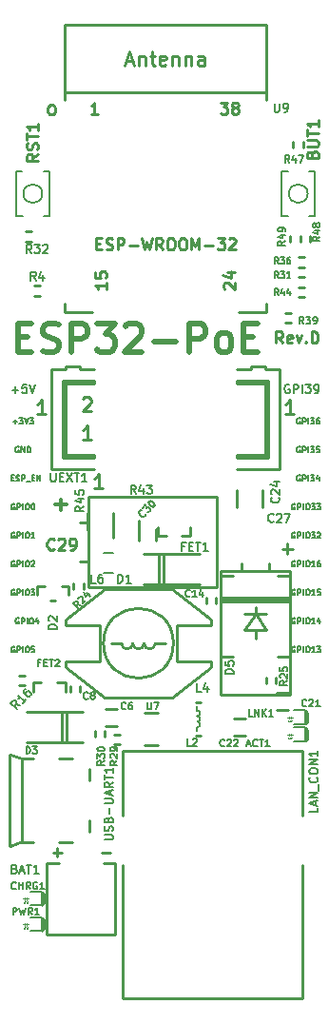
<source format=gbr>
G04 #@! TF.GenerationSoftware,KiCad,Pcbnew,5.1.0-unknown-a7c8df5~94~ubuntu18.04.1*
G04 #@! TF.CreationDate,2019-03-22T16:10:05+02:00*
G04 #@! TF.ProjectId,ESP32-PoE_Rev_D,45535033-322d-4506-9f45-5f5265765f44,D*
G04 #@! TF.SameCoordinates,Original*
G04 #@! TF.FileFunction,Legend,Top*
G04 #@! TF.FilePolarity,Positive*
%FSLAX46Y46*%
G04 Gerber Fmt 4.6, Leading zero omitted, Abs format (unit mm)*
G04 Created by KiCad (PCBNEW 5.1.0-unknown-a7c8df5~94~ubuntu18.04.1) date 2019-03-22 16:10:05*
%MOMM*%
%LPD*%
G04 APERTURE LIST*
%ADD10C,0.254000*%
%ADD11C,0.190500*%
%ADD12C,0.127000*%
%ADD13C,0.508000*%
%ADD14C,0.200000*%
%ADD15C,0.100000*%
%ADD16C,0.050000*%
%ADD17C,0.600000*%
%ADD18C,0.158750*%
%ADD19C,0.139700*%
%ADD20C,0.304800*%
G04 APERTURE END LIST*
D10*
X98533857Y-130495523D02*
X97808142Y-130495523D01*
X98171000Y-130495523D02*
X98171000Y-129225523D01*
X98050047Y-129406952D01*
X97929095Y-129527904D01*
X97808142Y-129588380D01*
D11*
X115179928Y-121285000D02*
X115107357Y-121248714D01*
X114998500Y-121248714D01*
X114889642Y-121285000D01*
X114817071Y-121357571D01*
X114780785Y-121430142D01*
X114744500Y-121575285D01*
X114744500Y-121684142D01*
X114780785Y-121829285D01*
X114817071Y-121901857D01*
X114889642Y-121974428D01*
X114998500Y-122010714D01*
X115071071Y-122010714D01*
X115179928Y-121974428D01*
X115216214Y-121938142D01*
X115216214Y-121684142D01*
X115071071Y-121684142D01*
X115542785Y-122010714D02*
X115542785Y-121248714D01*
X115833071Y-121248714D01*
X115905642Y-121285000D01*
X115941928Y-121321285D01*
X115978214Y-121393857D01*
X115978214Y-121502714D01*
X115941928Y-121575285D01*
X115905642Y-121611571D01*
X115833071Y-121647857D01*
X115542785Y-121647857D01*
X116304785Y-122010714D02*
X116304785Y-121248714D01*
X116595071Y-121248714D02*
X117066785Y-121248714D01*
X116812785Y-121539000D01*
X116921642Y-121539000D01*
X116994214Y-121575285D01*
X117030500Y-121611571D01*
X117066785Y-121684142D01*
X117066785Y-121865571D01*
X117030500Y-121938142D01*
X116994214Y-121974428D01*
X116921642Y-122010714D01*
X116703928Y-122010714D01*
X116631357Y-121974428D01*
X116595071Y-121938142D01*
X117429642Y-122010714D02*
X117574785Y-122010714D01*
X117647357Y-121974428D01*
X117683642Y-121938142D01*
X117756214Y-121829285D01*
X117792500Y-121684142D01*
X117792500Y-121393857D01*
X117756214Y-121321285D01*
X117719928Y-121285000D01*
X117647357Y-121248714D01*
X117502214Y-121248714D01*
X117429642Y-121285000D01*
X117393357Y-121321285D01*
X117357071Y-121393857D01*
X117357071Y-121575285D01*
X117393357Y-121647857D01*
X117429642Y-121684142D01*
X117502214Y-121720428D01*
X117647357Y-121720428D01*
X117719928Y-121684142D01*
X117756214Y-121647857D01*
X117792500Y-121575285D01*
D12*
X116114285Y-124269500D02*
X116065904Y-124245309D01*
X115993333Y-124245309D01*
X115920761Y-124269500D01*
X115872380Y-124317880D01*
X115848190Y-124366261D01*
X115824000Y-124463023D01*
X115824000Y-124535595D01*
X115848190Y-124632357D01*
X115872380Y-124680738D01*
X115920761Y-124729119D01*
X115993333Y-124753309D01*
X116041714Y-124753309D01*
X116114285Y-124729119D01*
X116138476Y-124704928D01*
X116138476Y-124535595D01*
X116041714Y-124535595D01*
X116356190Y-124753309D02*
X116356190Y-124245309D01*
X116549714Y-124245309D01*
X116598095Y-124269500D01*
X116622285Y-124293690D01*
X116646476Y-124342071D01*
X116646476Y-124414642D01*
X116622285Y-124463023D01*
X116598095Y-124487214D01*
X116549714Y-124511404D01*
X116356190Y-124511404D01*
X116864190Y-124753309D02*
X116864190Y-124245309D01*
X117057714Y-124245309D02*
X117372190Y-124245309D01*
X117202857Y-124438833D01*
X117275428Y-124438833D01*
X117323809Y-124463023D01*
X117348000Y-124487214D01*
X117372190Y-124535595D01*
X117372190Y-124656547D01*
X117348000Y-124704928D01*
X117323809Y-124729119D01*
X117275428Y-124753309D01*
X117130285Y-124753309D01*
X117081904Y-124729119D01*
X117057714Y-124704928D01*
X117807619Y-124245309D02*
X117710857Y-124245309D01*
X117662476Y-124269500D01*
X117638285Y-124293690D01*
X117589904Y-124366261D01*
X117565714Y-124463023D01*
X117565714Y-124656547D01*
X117589904Y-124704928D01*
X117614095Y-124729119D01*
X117662476Y-124753309D01*
X117759238Y-124753309D01*
X117807619Y-124729119D01*
X117831809Y-124704928D01*
X117856000Y-124656547D01*
X117856000Y-124535595D01*
X117831809Y-124487214D01*
X117807619Y-124463023D01*
X117759238Y-124438833D01*
X117662476Y-124438833D01*
X117614095Y-124463023D01*
X117589904Y-124487214D01*
X117565714Y-124535595D01*
X116114285Y-126809500D02*
X116065904Y-126785309D01*
X115993333Y-126785309D01*
X115920761Y-126809500D01*
X115872380Y-126857880D01*
X115848190Y-126906261D01*
X115824000Y-127003023D01*
X115824000Y-127075595D01*
X115848190Y-127172357D01*
X115872380Y-127220738D01*
X115920761Y-127269119D01*
X115993333Y-127293309D01*
X116041714Y-127293309D01*
X116114285Y-127269119D01*
X116138476Y-127244928D01*
X116138476Y-127075595D01*
X116041714Y-127075595D01*
X116356190Y-127293309D02*
X116356190Y-126785309D01*
X116549714Y-126785309D01*
X116598095Y-126809500D01*
X116622285Y-126833690D01*
X116646476Y-126882071D01*
X116646476Y-126954642D01*
X116622285Y-127003023D01*
X116598095Y-127027214D01*
X116549714Y-127051404D01*
X116356190Y-127051404D01*
X116864190Y-127293309D02*
X116864190Y-126785309D01*
X117057714Y-126785309D02*
X117372190Y-126785309D01*
X117202857Y-126978833D01*
X117275428Y-126978833D01*
X117323809Y-127003023D01*
X117348000Y-127027214D01*
X117372190Y-127075595D01*
X117372190Y-127196547D01*
X117348000Y-127244928D01*
X117323809Y-127269119D01*
X117275428Y-127293309D01*
X117130285Y-127293309D01*
X117081904Y-127269119D01*
X117057714Y-127244928D01*
X117831809Y-126785309D02*
X117589904Y-126785309D01*
X117565714Y-127027214D01*
X117589904Y-127003023D01*
X117638285Y-126978833D01*
X117759238Y-126978833D01*
X117807619Y-127003023D01*
X117831809Y-127027214D01*
X117856000Y-127075595D01*
X117856000Y-127196547D01*
X117831809Y-127244928D01*
X117807619Y-127269119D01*
X117759238Y-127293309D01*
X117638285Y-127293309D01*
X117589904Y-127269119D01*
X117565714Y-127244928D01*
X116114285Y-129349500D02*
X116065904Y-129325309D01*
X115993333Y-129325309D01*
X115920761Y-129349500D01*
X115872380Y-129397880D01*
X115848190Y-129446261D01*
X115824000Y-129543023D01*
X115824000Y-129615595D01*
X115848190Y-129712357D01*
X115872380Y-129760738D01*
X115920761Y-129809119D01*
X115993333Y-129833309D01*
X116041714Y-129833309D01*
X116114285Y-129809119D01*
X116138476Y-129784928D01*
X116138476Y-129615595D01*
X116041714Y-129615595D01*
X116356190Y-129833309D02*
X116356190Y-129325309D01*
X116549714Y-129325309D01*
X116598095Y-129349500D01*
X116622285Y-129373690D01*
X116646476Y-129422071D01*
X116646476Y-129494642D01*
X116622285Y-129543023D01*
X116598095Y-129567214D01*
X116549714Y-129591404D01*
X116356190Y-129591404D01*
X116864190Y-129833309D02*
X116864190Y-129325309D01*
X117057714Y-129325309D02*
X117372190Y-129325309D01*
X117202857Y-129518833D01*
X117275428Y-129518833D01*
X117323809Y-129543023D01*
X117348000Y-129567214D01*
X117372190Y-129615595D01*
X117372190Y-129736547D01*
X117348000Y-129784928D01*
X117323809Y-129809119D01*
X117275428Y-129833309D01*
X117130285Y-129833309D01*
X117081904Y-129809119D01*
X117057714Y-129784928D01*
X117807619Y-129494642D02*
X117807619Y-129833309D01*
X117686666Y-129301119D02*
X117565714Y-129663976D01*
X117880190Y-129663976D01*
X115657690Y-131889500D02*
X115609309Y-131865309D01*
X115536738Y-131865309D01*
X115464166Y-131889500D01*
X115415785Y-131937880D01*
X115391595Y-131986261D01*
X115367404Y-132083023D01*
X115367404Y-132155595D01*
X115391595Y-132252357D01*
X115415785Y-132300738D01*
X115464166Y-132349119D01*
X115536738Y-132373309D01*
X115585119Y-132373309D01*
X115657690Y-132349119D01*
X115681880Y-132324928D01*
X115681880Y-132155595D01*
X115585119Y-132155595D01*
X115899595Y-132373309D02*
X115899595Y-131865309D01*
X116093119Y-131865309D01*
X116141500Y-131889500D01*
X116165690Y-131913690D01*
X116189880Y-131962071D01*
X116189880Y-132034642D01*
X116165690Y-132083023D01*
X116141500Y-132107214D01*
X116093119Y-132131404D01*
X115899595Y-132131404D01*
X116407595Y-132373309D02*
X116407595Y-131865309D01*
X116746261Y-131865309D02*
X116843023Y-131865309D01*
X116891404Y-131889500D01*
X116939785Y-131937880D01*
X116963976Y-132034642D01*
X116963976Y-132203976D01*
X116939785Y-132300738D01*
X116891404Y-132349119D01*
X116843023Y-132373309D01*
X116746261Y-132373309D01*
X116697880Y-132349119D01*
X116649500Y-132300738D01*
X116625309Y-132203976D01*
X116625309Y-132034642D01*
X116649500Y-131937880D01*
X116697880Y-131889500D01*
X116746261Y-131865309D01*
X117133309Y-131865309D02*
X117447785Y-131865309D01*
X117278452Y-132058833D01*
X117351023Y-132058833D01*
X117399404Y-132083023D01*
X117423595Y-132107214D01*
X117447785Y-132155595D01*
X117447785Y-132276547D01*
X117423595Y-132324928D01*
X117399404Y-132349119D01*
X117351023Y-132373309D01*
X117205880Y-132373309D01*
X117157500Y-132349119D01*
X117133309Y-132324928D01*
X117617119Y-131865309D02*
X117931595Y-131865309D01*
X117762261Y-132058833D01*
X117834833Y-132058833D01*
X117883214Y-132083023D01*
X117907404Y-132107214D01*
X117931595Y-132155595D01*
X117931595Y-132276547D01*
X117907404Y-132324928D01*
X117883214Y-132349119D01*
X117834833Y-132373309D01*
X117689690Y-132373309D01*
X117641309Y-132349119D01*
X117617119Y-132324928D01*
X115657690Y-134429500D02*
X115609309Y-134405309D01*
X115536738Y-134405309D01*
X115464166Y-134429500D01*
X115415785Y-134477880D01*
X115391595Y-134526261D01*
X115367404Y-134623023D01*
X115367404Y-134695595D01*
X115391595Y-134792357D01*
X115415785Y-134840738D01*
X115464166Y-134889119D01*
X115536738Y-134913309D01*
X115585119Y-134913309D01*
X115657690Y-134889119D01*
X115681880Y-134864928D01*
X115681880Y-134695595D01*
X115585119Y-134695595D01*
X115899595Y-134913309D02*
X115899595Y-134405309D01*
X116093119Y-134405309D01*
X116141500Y-134429500D01*
X116165690Y-134453690D01*
X116189880Y-134502071D01*
X116189880Y-134574642D01*
X116165690Y-134623023D01*
X116141500Y-134647214D01*
X116093119Y-134671404D01*
X115899595Y-134671404D01*
X116407595Y-134913309D02*
X116407595Y-134405309D01*
X116746261Y-134405309D02*
X116843023Y-134405309D01*
X116891404Y-134429500D01*
X116939785Y-134477880D01*
X116963976Y-134574642D01*
X116963976Y-134743976D01*
X116939785Y-134840738D01*
X116891404Y-134889119D01*
X116843023Y-134913309D01*
X116746261Y-134913309D01*
X116697880Y-134889119D01*
X116649500Y-134840738D01*
X116625309Y-134743976D01*
X116625309Y-134574642D01*
X116649500Y-134477880D01*
X116697880Y-134429500D01*
X116746261Y-134405309D01*
X117133309Y-134405309D02*
X117447785Y-134405309D01*
X117278452Y-134598833D01*
X117351023Y-134598833D01*
X117399404Y-134623023D01*
X117423595Y-134647214D01*
X117447785Y-134695595D01*
X117447785Y-134816547D01*
X117423595Y-134864928D01*
X117399404Y-134889119D01*
X117351023Y-134913309D01*
X117205880Y-134913309D01*
X117157500Y-134889119D01*
X117133309Y-134864928D01*
X117641309Y-134453690D02*
X117665500Y-134429500D01*
X117713880Y-134405309D01*
X117834833Y-134405309D01*
X117883214Y-134429500D01*
X117907404Y-134453690D01*
X117931595Y-134502071D01*
X117931595Y-134550452D01*
X117907404Y-134623023D01*
X117617119Y-134913309D01*
X117931595Y-134913309D01*
X115657690Y-136969500D02*
X115609309Y-136945309D01*
X115536738Y-136945309D01*
X115464166Y-136969500D01*
X115415785Y-137017880D01*
X115391595Y-137066261D01*
X115367404Y-137163023D01*
X115367404Y-137235595D01*
X115391595Y-137332357D01*
X115415785Y-137380738D01*
X115464166Y-137429119D01*
X115536738Y-137453309D01*
X115585119Y-137453309D01*
X115657690Y-137429119D01*
X115681880Y-137404928D01*
X115681880Y-137235595D01*
X115585119Y-137235595D01*
X115899595Y-137453309D02*
X115899595Y-136945309D01*
X116093119Y-136945309D01*
X116141500Y-136969500D01*
X116165690Y-136993690D01*
X116189880Y-137042071D01*
X116189880Y-137114642D01*
X116165690Y-137163023D01*
X116141500Y-137187214D01*
X116093119Y-137211404D01*
X115899595Y-137211404D01*
X116407595Y-137453309D02*
X116407595Y-136945309D01*
X116746261Y-136945309D02*
X116843023Y-136945309D01*
X116891404Y-136969500D01*
X116939785Y-137017880D01*
X116963976Y-137114642D01*
X116963976Y-137283976D01*
X116939785Y-137380738D01*
X116891404Y-137429119D01*
X116843023Y-137453309D01*
X116746261Y-137453309D01*
X116697880Y-137429119D01*
X116649500Y-137380738D01*
X116625309Y-137283976D01*
X116625309Y-137114642D01*
X116649500Y-137017880D01*
X116697880Y-136969500D01*
X116746261Y-136945309D01*
X117447785Y-137453309D02*
X117157500Y-137453309D01*
X117302642Y-137453309D02*
X117302642Y-136945309D01*
X117254261Y-137017880D01*
X117205880Y-137066261D01*
X117157500Y-137090452D01*
X117883214Y-136945309D02*
X117786452Y-136945309D01*
X117738071Y-136969500D01*
X117713880Y-136993690D01*
X117665500Y-137066261D01*
X117641309Y-137163023D01*
X117641309Y-137356547D01*
X117665500Y-137404928D01*
X117689690Y-137429119D01*
X117738071Y-137453309D01*
X117834833Y-137453309D01*
X117883214Y-137429119D01*
X117907404Y-137404928D01*
X117931595Y-137356547D01*
X117931595Y-137235595D01*
X117907404Y-137187214D01*
X117883214Y-137163023D01*
X117834833Y-137138833D01*
X117738071Y-137138833D01*
X117689690Y-137163023D01*
X117665500Y-137187214D01*
X117641309Y-137235595D01*
X115657690Y-139509500D02*
X115609309Y-139485309D01*
X115536738Y-139485309D01*
X115464166Y-139509500D01*
X115415785Y-139557880D01*
X115391595Y-139606261D01*
X115367404Y-139703023D01*
X115367404Y-139775595D01*
X115391595Y-139872357D01*
X115415785Y-139920738D01*
X115464166Y-139969119D01*
X115536738Y-139993309D01*
X115585119Y-139993309D01*
X115657690Y-139969119D01*
X115681880Y-139944928D01*
X115681880Y-139775595D01*
X115585119Y-139775595D01*
X115899595Y-139993309D02*
X115899595Y-139485309D01*
X116093119Y-139485309D01*
X116141500Y-139509500D01*
X116165690Y-139533690D01*
X116189880Y-139582071D01*
X116189880Y-139654642D01*
X116165690Y-139703023D01*
X116141500Y-139727214D01*
X116093119Y-139751404D01*
X115899595Y-139751404D01*
X116407595Y-139993309D02*
X116407595Y-139485309D01*
X116746261Y-139485309D02*
X116843023Y-139485309D01*
X116891404Y-139509500D01*
X116939785Y-139557880D01*
X116963976Y-139654642D01*
X116963976Y-139823976D01*
X116939785Y-139920738D01*
X116891404Y-139969119D01*
X116843023Y-139993309D01*
X116746261Y-139993309D01*
X116697880Y-139969119D01*
X116649500Y-139920738D01*
X116625309Y-139823976D01*
X116625309Y-139654642D01*
X116649500Y-139557880D01*
X116697880Y-139509500D01*
X116746261Y-139485309D01*
X117447785Y-139993309D02*
X117157500Y-139993309D01*
X117302642Y-139993309D02*
X117302642Y-139485309D01*
X117254261Y-139557880D01*
X117205880Y-139606261D01*
X117157500Y-139630452D01*
X117907404Y-139485309D02*
X117665500Y-139485309D01*
X117641309Y-139727214D01*
X117665500Y-139703023D01*
X117713880Y-139678833D01*
X117834833Y-139678833D01*
X117883214Y-139703023D01*
X117907404Y-139727214D01*
X117931595Y-139775595D01*
X117931595Y-139896547D01*
X117907404Y-139944928D01*
X117883214Y-139969119D01*
X117834833Y-139993309D01*
X117713880Y-139993309D01*
X117665500Y-139969119D01*
X117641309Y-139944928D01*
X115657690Y-142049500D02*
X115609309Y-142025309D01*
X115536738Y-142025309D01*
X115464166Y-142049500D01*
X115415785Y-142097880D01*
X115391595Y-142146261D01*
X115367404Y-142243023D01*
X115367404Y-142315595D01*
X115391595Y-142412357D01*
X115415785Y-142460738D01*
X115464166Y-142509119D01*
X115536738Y-142533309D01*
X115585119Y-142533309D01*
X115657690Y-142509119D01*
X115681880Y-142484928D01*
X115681880Y-142315595D01*
X115585119Y-142315595D01*
X115899595Y-142533309D02*
X115899595Y-142025309D01*
X116093119Y-142025309D01*
X116141500Y-142049500D01*
X116165690Y-142073690D01*
X116189880Y-142122071D01*
X116189880Y-142194642D01*
X116165690Y-142243023D01*
X116141500Y-142267214D01*
X116093119Y-142291404D01*
X115899595Y-142291404D01*
X116407595Y-142533309D02*
X116407595Y-142025309D01*
X116746261Y-142025309D02*
X116843023Y-142025309D01*
X116891404Y-142049500D01*
X116939785Y-142097880D01*
X116963976Y-142194642D01*
X116963976Y-142363976D01*
X116939785Y-142460738D01*
X116891404Y-142509119D01*
X116843023Y-142533309D01*
X116746261Y-142533309D01*
X116697880Y-142509119D01*
X116649500Y-142460738D01*
X116625309Y-142363976D01*
X116625309Y-142194642D01*
X116649500Y-142097880D01*
X116697880Y-142049500D01*
X116746261Y-142025309D01*
X117447785Y-142533309D02*
X117157500Y-142533309D01*
X117302642Y-142533309D02*
X117302642Y-142025309D01*
X117254261Y-142097880D01*
X117205880Y-142146261D01*
X117157500Y-142170452D01*
X117883214Y-142194642D02*
X117883214Y-142533309D01*
X117762261Y-142001119D02*
X117641309Y-142363976D01*
X117955785Y-142363976D01*
X115657690Y-144589500D02*
X115609309Y-144565309D01*
X115536738Y-144565309D01*
X115464166Y-144589500D01*
X115415785Y-144637880D01*
X115391595Y-144686261D01*
X115367404Y-144783023D01*
X115367404Y-144855595D01*
X115391595Y-144952357D01*
X115415785Y-145000738D01*
X115464166Y-145049119D01*
X115536738Y-145073309D01*
X115585119Y-145073309D01*
X115657690Y-145049119D01*
X115681880Y-145024928D01*
X115681880Y-144855595D01*
X115585119Y-144855595D01*
X115899595Y-145073309D02*
X115899595Y-144565309D01*
X116093119Y-144565309D01*
X116141500Y-144589500D01*
X116165690Y-144613690D01*
X116189880Y-144662071D01*
X116189880Y-144734642D01*
X116165690Y-144783023D01*
X116141500Y-144807214D01*
X116093119Y-144831404D01*
X115899595Y-144831404D01*
X116407595Y-145073309D02*
X116407595Y-144565309D01*
X116746261Y-144565309D02*
X116843023Y-144565309D01*
X116891404Y-144589500D01*
X116939785Y-144637880D01*
X116963976Y-144734642D01*
X116963976Y-144903976D01*
X116939785Y-145000738D01*
X116891404Y-145049119D01*
X116843023Y-145073309D01*
X116746261Y-145073309D01*
X116697880Y-145049119D01*
X116649500Y-145000738D01*
X116625309Y-144903976D01*
X116625309Y-144734642D01*
X116649500Y-144637880D01*
X116697880Y-144589500D01*
X116746261Y-144565309D01*
X117447785Y-145073309D02*
X117157500Y-145073309D01*
X117302642Y-145073309D02*
X117302642Y-144565309D01*
X117254261Y-144637880D01*
X117205880Y-144686261D01*
X117157500Y-144710452D01*
X117617119Y-144565309D02*
X117931595Y-144565309D01*
X117762261Y-144758833D01*
X117834833Y-144758833D01*
X117883214Y-144783023D01*
X117907404Y-144807214D01*
X117931595Y-144855595D01*
X117931595Y-144976547D01*
X117907404Y-145024928D01*
X117883214Y-145049119D01*
X117834833Y-145073309D01*
X117689690Y-145073309D01*
X117641309Y-145049119D01*
X117617119Y-145024928D01*
X90690095Y-144589500D02*
X90641714Y-144565309D01*
X90569142Y-144565309D01*
X90496571Y-144589500D01*
X90448190Y-144637880D01*
X90424000Y-144686261D01*
X90399809Y-144783023D01*
X90399809Y-144855595D01*
X90424000Y-144952357D01*
X90448190Y-145000738D01*
X90496571Y-145049119D01*
X90569142Y-145073309D01*
X90617523Y-145073309D01*
X90690095Y-145049119D01*
X90714285Y-145024928D01*
X90714285Y-144855595D01*
X90617523Y-144855595D01*
X90932000Y-145073309D02*
X90932000Y-144565309D01*
X91125523Y-144565309D01*
X91173904Y-144589500D01*
X91198095Y-144613690D01*
X91222285Y-144662071D01*
X91222285Y-144734642D01*
X91198095Y-144783023D01*
X91173904Y-144807214D01*
X91125523Y-144831404D01*
X90932000Y-144831404D01*
X91440000Y-145073309D02*
X91440000Y-144565309D01*
X91778666Y-144565309D02*
X91875428Y-144565309D01*
X91923809Y-144589500D01*
X91972190Y-144637880D01*
X91996380Y-144734642D01*
X91996380Y-144903976D01*
X91972190Y-145000738D01*
X91923809Y-145049119D01*
X91875428Y-145073309D01*
X91778666Y-145073309D01*
X91730285Y-145049119D01*
X91681904Y-145000738D01*
X91657714Y-144903976D01*
X91657714Y-144734642D01*
X91681904Y-144637880D01*
X91730285Y-144589500D01*
X91778666Y-144565309D01*
X92456000Y-144565309D02*
X92214095Y-144565309D01*
X92189904Y-144807214D01*
X92214095Y-144783023D01*
X92262476Y-144758833D01*
X92383428Y-144758833D01*
X92431809Y-144783023D01*
X92456000Y-144807214D01*
X92480190Y-144855595D01*
X92480190Y-144976547D01*
X92456000Y-145024928D01*
X92431809Y-145049119D01*
X92383428Y-145073309D01*
X92262476Y-145073309D01*
X92214095Y-145049119D01*
X92189904Y-145024928D01*
X91071095Y-142049500D02*
X91022714Y-142025309D01*
X90950142Y-142025309D01*
X90877571Y-142049500D01*
X90829190Y-142097880D01*
X90805000Y-142146261D01*
X90780809Y-142243023D01*
X90780809Y-142315595D01*
X90805000Y-142412357D01*
X90829190Y-142460738D01*
X90877571Y-142509119D01*
X90950142Y-142533309D01*
X90998523Y-142533309D01*
X91071095Y-142509119D01*
X91095285Y-142484928D01*
X91095285Y-142315595D01*
X90998523Y-142315595D01*
X91313000Y-142533309D02*
X91313000Y-142025309D01*
X91506523Y-142025309D01*
X91554904Y-142049500D01*
X91579095Y-142073690D01*
X91603285Y-142122071D01*
X91603285Y-142194642D01*
X91579095Y-142243023D01*
X91554904Y-142267214D01*
X91506523Y-142291404D01*
X91313000Y-142291404D01*
X91821000Y-142533309D02*
X91821000Y-142025309D01*
X92159666Y-142025309D02*
X92256428Y-142025309D01*
X92304809Y-142049500D01*
X92353190Y-142097880D01*
X92377380Y-142194642D01*
X92377380Y-142363976D01*
X92353190Y-142460738D01*
X92304809Y-142509119D01*
X92256428Y-142533309D01*
X92159666Y-142533309D01*
X92111285Y-142509119D01*
X92062904Y-142460738D01*
X92038714Y-142363976D01*
X92038714Y-142194642D01*
X92062904Y-142097880D01*
X92111285Y-142049500D01*
X92159666Y-142025309D01*
X92812809Y-142194642D02*
X92812809Y-142533309D01*
X92691857Y-142001119D02*
X92570904Y-142363976D01*
X92885380Y-142363976D01*
X90690095Y-139509500D02*
X90641714Y-139485309D01*
X90569142Y-139485309D01*
X90496571Y-139509500D01*
X90448190Y-139557880D01*
X90424000Y-139606261D01*
X90399809Y-139703023D01*
X90399809Y-139775595D01*
X90424000Y-139872357D01*
X90448190Y-139920738D01*
X90496571Y-139969119D01*
X90569142Y-139993309D01*
X90617523Y-139993309D01*
X90690095Y-139969119D01*
X90714285Y-139944928D01*
X90714285Y-139775595D01*
X90617523Y-139775595D01*
X90932000Y-139993309D02*
X90932000Y-139485309D01*
X91125523Y-139485309D01*
X91173904Y-139509500D01*
X91198095Y-139533690D01*
X91222285Y-139582071D01*
X91222285Y-139654642D01*
X91198095Y-139703023D01*
X91173904Y-139727214D01*
X91125523Y-139751404D01*
X90932000Y-139751404D01*
X91440000Y-139993309D02*
X91440000Y-139485309D01*
X91778666Y-139485309D02*
X91875428Y-139485309D01*
X91923809Y-139509500D01*
X91972190Y-139557880D01*
X91996380Y-139654642D01*
X91996380Y-139823976D01*
X91972190Y-139920738D01*
X91923809Y-139969119D01*
X91875428Y-139993309D01*
X91778666Y-139993309D01*
X91730285Y-139969119D01*
X91681904Y-139920738D01*
X91657714Y-139823976D01*
X91657714Y-139654642D01*
X91681904Y-139557880D01*
X91730285Y-139509500D01*
X91778666Y-139485309D01*
X92165714Y-139485309D02*
X92480190Y-139485309D01*
X92310857Y-139678833D01*
X92383428Y-139678833D01*
X92431809Y-139703023D01*
X92456000Y-139727214D01*
X92480190Y-139775595D01*
X92480190Y-139896547D01*
X92456000Y-139944928D01*
X92431809Y-139969119D01*
X92383428Y-139993309D01*
X92238285Y-139993309D01*
X92189904Y-139969119D01*
X92165714Y-139944928D01*
X90690095Y-136969500D02*
X90641714Y-136945309D01*
X90569142Y-136945309D01*
X90496571Y-136969500D01*
X90448190Y-137017880D01*
X90424000Y-137066261D01*
X90399809Y-137163023D01*
X90399809Y-137235595D01*
X90424000Y-137332357D01*
X90448190Y-137380738D01*
X90496571Y-137429119D01*
X90569142Y-137453309D01*
X90617523Y-137453309D01*
X90690095Y-137429119D01*
X90714285Y-137404928D01*
X90714285Y-137235595D01*
X90617523Y-137235595D01*
X90932000Y-137453309D02*
X90932000Y-136945309D01*
X91125523Y-136945309D01*
X91173904Y-136969500D01*
X91198095Y-136993690D01*
X91222285Y-137042071D01*
X91222285Y-137114642D01*
X91198095Y-137163023D01*
X91173904Y-137187214D01*
X91125523Y-137211404D01*
X90932000Y-137211404D01*
X91440000Y-137453309D02*
X91440000Y-136945309D01*
X91778666Y-136945309D02*
X91875428Y-136945309D01*
X91923809Y-136969500D01*
X91972190Y-137017880D01*
X91996380Y-137114642D01*
X91996380Y-137283976D01*
X91972190Y-137380738D01*
X91923809Y-137429119D01*
X91875428Y-137453309D01*
X91778666Y-137453309D01*
X91730285Y-137429119D01*
X91681904Y-137380738D01*
X91657714Y-137283976D01*
X91657714Y-137114642D01*
X91681904Y-137017880D01*
X91730285Y-136969500D01*
X91778666Y-136945309D01*
X92189904Y-136993690D02*
X92214095Y-136969500D01*
X92262476Y-136945309D01*
X92383428Y-136945309D01*
X92431809Y-136969500D01*
X92456000Y-136993690D01*
X92480190Y-137042071D01*
X92480190Y-137090452D01*
X92456000Y-137163023D01*
X92165714Y-137453309D01*
X92480190Y-137453309D01*
X90690095Y-134429500D02*
X90641714Y-134405309D01*
X90569142Y-134405309D01*
X90496571Y-134429500D01*
X90448190Y-134477880D01*
X90424000Y-134526261D01*
X90399809Y-134623023D01*
X90399809Y-134695595D01*
X90424000Y-134792357D01*
X90448190Y-134840738D01*
X90496571Y-134889119D01*
X90569142Y-134913309D01*
X90617523Y-134913309D01*
X90690095Y-134889119D01*
X90714285Y-134864928D01*
X90714285Y-134695595D01*
X90617523Y-134695595D01*
X90932000Y-134913309D02*
X90932000Y-134405309D01*
X91125523Y-134405309D01*
X91173904Y-134429500D01*
X91198095Y-134453690D01*
X91222285Y-134502071D01*
X91222285Y-134574642D01*
X91198095Y-134623023D01*
X91173904Y-134647214D01*
X91125523Y-134671404D01*
X90932000Y-134671404D01*
X91440000Y-134913309D02*
X91440000Y-134405309D01*
X91778666Y-134405309D02*
X91875428Y-134405309D01*
X91923809Y-134429500D01*
X91972190Y-134477880D01*
X91996380Y-134574642D01*
X91996380Y-134743976D01*
X91972190Y-134840738D01*
X91923809Y-134889119D01*
X91875428Y-134913309D01*
X91778666Y-134913309D01*
X91730285Y-134889119D01*
X91681904Y-134840738D01*
X91657714Y-134743976D01*
X91657714Y-134574642D01*
X91681904Y-134477880D01*
X91730285Y-134429500D01*
X91778666Y-134405309D01*
X92480190Y-134913309D02*
X92189904Y-134913309D01*
X92335047Y-134913309D02*
X92335047Y-134405309D01*
X92286666Y-134477880D01*
X92238285Y-134526261D01*
X92189904Y-134550452D01*
X90690095Y-131889500D02*
X90641714Y-131865309D01*
X90569142Y-131865309D01*
X90496571Y-131889500D01*
X90448190Y-131937880D01*
X90424000Y-131986261D01*
X90399809Y-132083023D01*
X90399809Y-132155595D01*
X90424000Y-132252357D01*
X90448190Y-132300738D01*
X90496571Y-132349119D01*
X90569142Y-132373309D01*
X90617523Y-132373309D01*
X90690095Y-132349119D01*
X90714285Y-132324928D01*
X90714285Y-132155595D01*
X90617523Y-132155595D01*
X90932000Y-132373309D02*
X90932000Y-131865309D01*
X91125523Y-131865309D01*
X91173904Y-131889500D01*
X91198095Y-131913690D01*
X91222285Y-131962071D01*
X91222285Y-132034642D01*
X91198095Y-132083023D01*
X91173904Y-132107214D01*
X91125523Y-132131404D01*
X90932000Y-132131404D01*
X91440000Y-132373309D02*
X91440000Y-131865309D01*
X91778666Y-131865309D02*
X91875428Y-131865309D01*
X91923809Y-131889500D01*
X91972190Y-131937880D01*
X91996380Y-132034642D01*
X91996380Y-132203976D01*
X91972190Y-132300738D01*
X91923809Y-132349119D01*
X91875428Y-132373309D01*
X91778666Y-132373309D01*
X91730285Y-132349119D01*
X91681904Y-132300738D01*
X91657714Y-132203976D01*
X91657714Y-132034642D01*
X91681904Y-131937880D01*
X91730285Y-131889500D01*
X91778666Y-131865309D01*
X92310857Y-131865309D02*
X92359238Y-131865309D01*
X92407619Y-131889500D01*
X92431809Y-131913690D01*
X92456000Y-131962071D01*
X92480190Y-132058833D01*
X92480190Y-132179785D01*
X92456000Y-132276547D01*
X92431809Y-132324928D01*
X92407619Y-132349119D01*
X92359238Y-132373309D01*
X92310857Y-132373309D01*
X92262476Y-132349119D01*
X92238285Y-132324928D01*
X92214095Y-132276547D01*
X92189904Y-132179785D01*
X92189904Y-132058833D01*
X92214095Y-131962071D01*
X92238285Y-131913690D01*
X92262476Y-131889500D01*
X92310857Y-131865309D01*
X90399809Y-129567214D02*
X90569142Y-129567214D01*
X90641714Y-129833309D02*
X90399809Y-129833309D01*
X90399809Y-129325309D01*
X90641714Y-129325309D01*
X90835238Y-129809119D02*
X90907809Y-129833309D01*
X91028761Y-129833309D01*
X91077142Y-129809119D01*
X91101333Y-129784928D01*
X91125523Y-129736547D01*
X91125523Y-129688166D01*
X91101333Y-129639785D01*
X91077142Y-129615595D01*
X91028761Y-129591404D01*
X90932000Y-129567214D01*
X90883619Y-129543023D01*
X90859428Y-129518833D01*
X90835238Y-129470452D01*
X90835238Y-129422071D01*
X90859428Y-129373690D01*
X90883619Y-129349500D01*
X90932000Y-129325309D01*
X91052952Y-129325309D01*
X91125523Y-129349500D01*
X91343238Y-129833309D02*
X91343238Y-129325309D01*
X91536761Y-129325309D01*
X91585142Y-129349500D01*
X91609333Y-129373690D01*
X91633523Y-129422071D01*
X91633523Y-129494642D01*
X91609333Y-129543023D01*
X91585142Y-129567214D01*
X91536761Y-129591404D01*
X91343238Y-129591404D01*
X91730285Y-129881690D02*
X92117333Y-129881690D01*
X92238285Y-129567214D02*
X92407619Y-129567214D01*
X92480190Y-129833309D02*
X92238285Y-129833309D01*
X92238285Y-129325309D01*
X92480190Y-129325309D01*
X92697904Y-129833309D02*
X92697904Y-129325309D01*
X92988190Y-129833309D01*
X92988190Y-129325309D01*
X91052952Y-126809500D02*
X91004571Y-126785309D01*
X90932000Y-126785309D01*
X90859428Y-126809500D01*
X90811047Y-126857880D01*
X90786857Y-126906261D01*
X90762666Y-127003023D01*
X90762666Y-127075595D01*
X90786857Y-127172357D01*
X90811047Y-127220738D01*
X90859428Y-127269119D01*
X90932000Y-127293309D01*
X90980380Y-127293309D01*
X91052952Y-127269119D01*
X91077142Y-127244928D01*
X91077142Y-127075595D01*
X90980380Y-127075595D01*
X91294857Y-127293309D02*
X91294857Y-126785309D01*
X91585142Y-127293309D01*
X91585142Y-126785309D01*
X91827047Y-127293309D02*
X91827047Y-126785309D01*
X91948000Y-126785309D01*
X92020571Y-126809500D01*
X92068952Y-126857880D01*
X92093142Y-126906261D01*
X92117333Y-127003023D01*
X92117333Y-127075595D01*
X92093142Y-127172357D01*
X92068952Y-127220738D01*
X92020571Y-127269119D01*
X91948000Y-127293309D01*
X91827047Y-127293309D01*
X90544952Y-124559785D02*
X90932000Y-124559785D01*
X90738476Y-124753309D02*
X90738476Y-124366261D01*
X91125523Y-124245309D02*
X91440000Y-124245309D01*
X91270666Y-124438833D01*
X91343238Y-124438833D01*
X91391619Y-124463023D01*
X91415809Y-124487214D01*
X91440000Y-124535595D01*
X91440000Y-124656547D01*
X91415809Y-124704928D01*
X91391619Y-124729119D01*
X91343238Y-124753309D01*
X91198095Y-124753309D01*
X91149714Y-124729119D01*
X91125523Y-124704928D01*
X91585142Y-124245309D02*
X91754476Y-124753309D01*
X91923809Y-124245309D01*
X92044761Y-124245309D02*
X92359238Y-124245309D01*
X92189904Y-124438833D01*
X92262476Y-124438833D01*
X92310857Y-124463023D01*
X92335047Y-124487214D01*
X92359238Y-124535595D01*
X92359238Y-124656547D01*
X92335047Y-124704928D01*
X92310857Y-124729119D01*
X92262476Y-124753309D01*
X92117333Y-124753309D01*
X92068952Y-124729119D01*
X92044761Y-124704928D01*
D11*
X90460285Y-121720428D02*
X91040857Y-121720428D01*
X90750571Y-122010714D02*
X90750571Y-121430142D01*
X91766571Y-121248714D02*
X91403714Y-121248714D01*
X91367428Y-121611571D01*
X91403714Y-121575285D01*
X91476285Y-121539000D01*
X91657714Y-121539000D01*
X91730285Y-121575285D01*
X91766571Y-121611571D01*
X91802857Y-121684142D01*
X91802857Y-121865571D01*
X91766571Y-121938142D01*
X91730285Y-121974428D01*
X91657714Y-122010714D01*
X91476285Y-122010714D01*
X91403714Y-121974428D01*
X91367428Y-121938142D01*
X92020571Y-121248714D02*
X92274571Y-122010714D01*
X92528571Y-121248714D01*
D10*
X99193047Y-162931928D02*
X98418952Y-162931928D01*
X94497071Y-163264547D02*
X94497071Y-162490452D01*
X94884119Y-162877500D02*
X94110023Y-162877500D01*
X115551857Y-123891523D02*
X114826142Y-123891523D01*
X115189000Y-123891523D02*
X115189000Y-122621523D01*
X115068047Y-122802952D01*
X114947095Y-122923904D01*
X114826142Y-122984380D01*
X93453857Y-123891523D02*
X92728142Y-123891523D01*
X93091000Y-123891523D02*
X93091000Y-122621523D01*
X92970047Y-122802952D01*
X92849095Y-122923904D01*
X92728142Y-122984380D01*
D13*
X91016666Y-117039571D02*
X91863333Y-117039571D01*
X92226190Y-118370047D02*
X91016666Y-118370047D01*
X91016666Y-115830047D01*
X92226190Y-115830047D01*
X93193809Y-118249095D02*
X93556666Y-118370047D01*
X94161428Y-118370047D01*
X94403333Y-118249095D01*
X94524285Y-118128142D01*
X94645238Y-117886238D01*
X94645238Y-117644333D01*
X94524285Y-117402428D01*
X94403333Y-117281476D01*
X94161428Y-117160523D01*
X93677619Y-117039571D01*
X93435714Y-116918619D01*
X93314761Y-116797666D01*
X93193809Y-116555761D01*
X93193809Y-116313857D01*
X93314761Y-116071952D01*
X93435714Y-115951000D01*
X93677619Y-115830047D01*
X94282380Y-115830047D01*
X94645238Y-115951000D01*
X95733809Y-118370047D02*
X95733809Y-115830047D01*
X96701428Y-115830047D01*
X96943333Y-115951000D01*
X97064285Y-116071952D01*
X97185238Y-116313857D01*
X97185238Y-116676714D01*
X97064285Y-116918619D01*
X96943333Y-117039571D01*
X96701428Y-117160523D01*
X95733809Y-117160523D01*
X98031904Y-115830047D02*
X99604285Y-115830047D01*
X98757619Y-116797666D01*
X99120476Y-116797666D01*
X99362380Y-116918619D01*
X99483333Y-117039571D01*
X99604285Y-117281476D01*
X99604285Y-117886238D01*
X99483333Y-118128142D01*
X99362380Y-118249095D01*
X99120476Y-118370047D01*
X98394761Y-118370047D01*
X98152857Y-118249095D01*
X98031904Y-118128142D01*
X100571904Y-116071952D02*
X100692857Y-115951000D01*
X100934761Y-115830047D01*
X101539523Y-115830047D01*
X101781428Y-115951000D01*
X101902380Y-116071952D01*
X102023333Y-116313857D01*
X102023333Y-116555761D01*
X101902380Y-116918619D01*
X100450952Y-118370047D01*
X102023333Y-118370047D01*
X103111904Y-117402428D02*
X105047142Y-117402428D01*
X106256666Y-118370047D02*
X106256666Y-115830047D01*
X107224285Y-115830047D01*
X107466190Y-115951000D01*
X107587142Y-116071952D01*
X107708095Y-116313857D01*
X107708095Y-116676714D01*
X107587142Y-116918619D01*
X107466190Y-117039571D01*
X107224285Y-117160523D01*
X106256666Y-117160523D01*
X109159523Y-118370047D02*
X108917619Y-118249095D01*
X108796666Y-118128142D01*
X108675714Y-117886238D01*
X108675714Y-117160523D01*
X108796666Y-116918619D01*
X108917619Y-116797666D01*
X109159523Y-116676714D01*
X109522380Y-116676714D01*
X109764285Y-116797666D01*
X109885238Y-116918619D01*
X110006190Y-117160523D01*
X110006190Y-117886238D01*
X109885238Y-118128142D01*
X109764285Y-118249095D01*
X109522380Y-118370047D01*
X109159523Y-118370047D01*
X111094761Y-117039571D02*
X111941428Y-117039571D01*
X112304285Y-118370047D02*
X111094761Y-118370047D01*
X111094761Y-115830047D01*
X112304285Y-115830047D01*
D10*
X114566095Y-117553619D02*
X114227428Y-117069809D01*
X113985523Y-117553619D02*
X113985523Y-116537619D01*
X114372571Y-116537619D01*
X114469333Y-116586000D01*
X114517714Y-116634380D01*
X114566095Y-116731142D01*
X114566095Y-116876285D01*
X114517714Y-116973047D01*
X114469333Y-117021428D01*
X114372571Y-117069809D01*
X113985523Y-117069809D01*
X115388571Y-117505238D02*
X115291809Y-117553619D01*
X115098285Y-117553619D01*
X115001523Y-117505238D01*
X114953142Y-117408476D01*
X114953142Y-117021428D01*
X115001523Y-116924666D01*
X115098285Y-116876285D01*
X115291809Y-116876285D01*
X115388571Y-116924666D01*
X115436952Y-117021428D01*
X115436952Y-117118190D01*
X114953142Y-117214952D01*
X115775619Y-116876285D02*
X116017523Y-117553619D01*
X116259428Y-116876285D01*
X116646476Y-117456857D02*
X116694857Y-117505238D01*
X116646476Y-117553619D01*
X116598095Y-117505238D01*
X116646476Y-117456857D01*
X116646476Y-117553619D01*
X117130285Y-117553619D02*
X117130285Y-116537619D01*
X117372190Y-116537619D01*
X117517333Y-116586000D01*
X117614095Y-116682761D01*
X117662476Y-116779523D01*
X117710857Y-116973047D01*
X117710857Y-117118190D01*
X117662476Y-117311714D01*
X117614095Y-117408476D01*
X117517333Y-117505238D01*
X117372190Y-117553619D01*
X117130285Y-117553619D01*
X111290000Y-114785000D02*
X110690000Y-114785000D01*
X96990000Y-114785000D02*
X97640000Y-114785000D01*
X95140000Y-89285000D02*
X95140000Y-95905000D01*
X113140000Y-114785000D02*
X113140000Y-114035000D01*
X113140000Y-114785000D02*
X110690000Y-114785000D01*
X95140000Y-114785000D02*
X97640000Y-114785000D01*
X95140000Y-114785000D02*
X95140000Y-114035000D01*
X113140000Y-89285000D02*
X113140000Y-95905000D01*
X95140000Y-95285000D02*
X113140000Y-95285000D01*
X95140000Y-89285000D02*
X113140000Y-89285000D01*
X91948000Y-108521500D02*
X91694000Y-108521500D01*
X91948000Y-108521500D02*
X92202000Y-108521500D01*
X91948000Y-107632500D02*
X92202000Y-107632500D01*
X91948000Y-107632500D02*
X91694000Y-107632500D01*
D12*
X116798738Y-104267000D02*
G75*
G03X116798738Y-104267000I-839738J0D01*
G01*
X116898000Y-106267000D02*
X117456800Y-106267000D01*
X114461200Y-106267000D02*
X115070800Y-106267000D01*
X116898000Y-102267000D02*
X117456800Y-102267000D01*
X114462000Y-102267000D02*
X115020800Y-102267000D01*
X117459000Y-106267000D02*
X117459000Y-102267000D01*
X114459000Y-106267000D02*
X114459000Y-102267000D01*
X93160738Y-104267000D02*
G75*
G03X93160738Y-104267000I-839738J0D01*
G01*
X93260000Y-106267000D02*
X93818800Y-106267000D01*
X90823200Y-106267000D02*
X91432800Y-106267000D01*
X93260000Y-102267000D02*
X93818800Y-102267000D01*
X90824000Y-102267000D02*
X91382800Y-102267000D01*
X93821000Y-106267000D02*
X93821000Y-102267000D01*
X90821000Y-106267000D02*
X90821000Y-102267000D01*
D10*
X112776000Y-121031000D02*
X113284000Y-121031000D01*
X112903000Y-127635000D02*
X113157000Y-127635000D01*
X95504000Y-127635000D02*
X95123000Y-127635000D01*
X95504000Y-121031000D02*
X95123000Y-121031000D01*
X95250000Y-121158000D02*
X97790000Y-121158000D01*
X110490000Y-121158000D02*
X113030000Y-121158000D01*
X113030000Y-127508000D02*
X113030000Y-121158000D01*
X95250000Y-121158000D02*
X95250000Y-127508000D01*
X93980000Y-119888000D02*
X95250000Y-119888000D01*
X114300000Y-128778000D02*
X110490000Y-128778000D01*
X114300000Y-128778000D02*
X114300000Y-119888000D01*
X93980000Y-119888000D02*
X93980000Y-128778000D01*
X113030000Y-127508000D02*
X110490000Y-127508000D01*
X97790000Y-127508000D02*
X95250000Y-127508000D01*
X113030000Y-119888000D02*
X113030000Y-119634000D01*
X113030000Y-119634000D02*
X111760000Y-119634000D01*
X111760000Y-119888000D02*
X111760000Y-119634000D01*
X113030000Y-119888000D02*
X114300000Y-119888000D01*
X110490000Y-119888000D02*
X111760000Y-119888000D01*
X96520000Y-119634000D02*
X95250000Y-119634000D01*
X95250000Y-119634000D02*
X95250000Y-119888000D01*
X96520000Y-119634000D02*
X96520000Y-119888000D01*
X96520000Y-119888000D02*
X97790000Y-119888000D01*
X110490000Y-127762000D02*
X113284000Y-127762000D01*
X113284000Y-127762000D02*
X113284000Y-120904000D01*
X113284000Y-120904000D02*
X110490000Y-120904000D01*
X97790000Y-120904000D02*
X94996000Y-120904000D01*
X94996000Y-120904000D02*
X94996000Y-127762000D01*
X94996000Y-127762000D02*
X97790000Y-127762000D01*
X97790000Y-128778000D02*
X93980000Y-128778000D01*
X110490000Y-121158000D02*
X110490000Y-120904000D01*
X110490000Y-127762000D02*
X110490000Y-127508000D01*
X97790000Y-127762000D02*
X97790000Y-127508000D01*
X97790000Y-121158000D02*
X97790000Y-120904000D01*
X93903800Y-140487400D02*
X94310200Y-140487400D01*
X95529400Y-139166600D02*
X95529400Y-139954000D01*
X94869000Y-139166600D02*
X95529400Y-139166600D01*
X92684600Y-139166600D02*
X93345000Y-139166600D01*
X92684600Y-139954000D02*
X92684600Y-139166600D01*
X117030500Y-108331000D02*
X117030500Y-108585000D01*
X117030500Y-108331000D02*
X117030500Y-108077000D01*
X116141500Y-108331000D02*
X116141500Y-108077000D01*
X116141500Y-108331000D02*
X116141500Y-108585000D01*
X115252500Y-108331000D02*
X115252500Y-108077000D01*
X115252500Y-108331000D02*
X115252500Y-108585000D01*
X116141500Y-108331000D02*
X116141500Y-108585000D01*
X116141500Y-108331000D02*
X116141500Y-108077000D01*
X116395500Y-99949000D02*
X116395500Y-100203000D01*
X116395500Y-99949000D02*
X116395500Y-99695000D01*
X115506500Y-99949000D02*
X115506500Y-99695000D01*
X115506500Y-99949000D02*
X115506500Y-100203000D01*
X106861000Y-152503000D02*
X107261000Y-152503000D01*
X106861000Y-149503000D02*
X107261000Y-149503000D01*
D14*
X106961000Y-150753000D02*
G75*
G02X106961000Y-151253000I0J-250000D01*
G01*
X106961000Y-150253000D02*
G75*
G02X106961000Y-150753000I0J-250000D01*
G01*
X106961000Y-151253000D02*
G75*
G02X106961000Y-151753000I0J-250000D01*
G01*
X106911000Y-150253000D02*
X106911000Y-149903000D01*
X106911000Y-151753000D02*
X106911000Y-152103000D01*
D10*
X103479600Y-134747000D02*
X104190800Y-134747000D01*
X103479600Y-133908800D02*
X103479600Y-134747000D01*
X106324400Y-133908800D02*
X106324400Y-134747000D01*
X105613200Y-134747000D02*
X106324400Y-134747000D01*
X95211900Y-147736560D02*
X94500700Y-147736560D01*
X95211900Y-148574760D02*
X95211900Y-147736560D01*
X92367100Y-148574760D02*
X92367100Y-147736560D01*
X93078300Y-147736560D02*
X92367100Y-147736560D01*
X91326000Y-161942000D02*
X91326000Y-154542000D01*
X95826000Y-154542000D02*
X94626000Y-154542000D01*
X97326000Y-156442000D02*
X97326000Y-155442000D01*
X97326000Y-161042000D02*
X97326000Y-160042000D01*
X92326000Y-161942000D02*
X91326000Y-161942000D01*
X90226000Y-162306000D02*
X90226000Y-154178000D01*
X91326000Y-154542000D02*
X92326000Y-154542000D01*
X95826000Y-161942000D02*
X94626000Y-161942000D01*
X90297000Y-162306000D02*
X91313000Y-161925000D01*
X90297000Y-154178000D02*
X91313000Y-154559000D01*
D12*
X93091000Y-167589200D02*
X92075000Y-167589200D01*
X92075000Y-166370000D02*
X93091000Y-166370000D01*
D15*
X91434000Y-167005000D02*
X91954000Y-167005000D01*
X91604000Y-166895000D02*
X91604000Y-167115000D01*
X91604000Y-166895000D02*
X91714000Y-166995000D01*
X91604000Y-167115000D02*
X91704000Y-167015000D01*
X91794000Y-166895000D02*
X91794000Y-167115000D01*
D16*
X91871800Y-167250600D02*
X91741800Y-167360600D01*
X91740200Y-167359600D02*
X91820200Y-167349600D01*
X91740200Y-167359600D02*
X91740200Y-167279600D01*
X91524800Y-167359600D02*
X91524800Y-167279600D01*
X91524800Y-167359600D02*
X91604800Y-167349600D01*
X91664800Y-167229600D02*
X91534800Y-167339600D01*
D10*
X93103700Y-166433500D02*
X93256100Y-166560500D01*
X93103700Y-167525700D02*
X93243400Y-167398700D01*
X93256100Y-166560500D02*
X93256100Y-167386000D01*
X93091000Y-167487600D02*
X93091000Y-166446200D01*
X115062000Y-150241000D02*
X114046000Y-150241000D01*
X115062000Y-148717000D02*
X114046000Y-148717000D01*
X110236000Y-151003000D02*
X111252000Y-151003000D01*
X110236000Y-152527000D02*
X111252000Y-152527000D01*
D12*
X93091000Y-169875200D02*
X92075000Y-169875200D01*
X92075000Y-168656000D02*
X93091000Y-168656000D01*
D15*
X91434000Y-169291000D02*
X91954000Y-169291000D01*
X91604000Y-169181000D02*
X91604000Y-169401000D01*
X91604000Y-169181000D02*
X91714000Y-169281000D01*
X91604000Y-169401000D02*
X91704000Y-169301000D01*
X91794000Y-169181000D02*
X91794000Y-169401000D01*
D16*
X91871800Y-169536600D02*
X91741800Y-169646600D01*
X91740200Y-169645600D02*
X91820200Y-169635600D01*
X91740200Y-169645600D02*
X91740200Y-169565600D01*
X91524800Y-169645600D02*
X91524800Y-169565600D01*
X91524800Y-169645600D02*
X91604800Y-169635600D01*
X91664800Y-169515600D02*
X91534800Y-169625600D01*
D10*
X93103700Y-168719500D02*
X93256100Y-168846500D01*
X93103700Y-169811700D02*
X93243400Y-169684700D01*
X93256100Y-168846500D02*
X93256100Y-169672000D01*
X93091000Y-169773600D02*
X93091000Y-168732200D01*
D12*
X98628200Y-136271000D02*
X99466400Y-136271000D01*
X98628200Y-138049000D02*
X99466400Y-138049000D01*
D10*
X100331000Y-153846000D02*
X116331000Y-153846000D01*
X116331000Y-153846000D02*
X116331000Y-159616000D01*
X116331000Y-164046000D02*
X116331000Y-175846000D01*
X116331000Y-175846000D02*
X100331000Y-175846000D01*
X100331000Y-175846000D02*
X100331000Y-164046000D01*
X100331000Y-159616000D02*
X100331000Y-153846000D01*
X110490000Y-130683000D02*
X110490000Y-132207000D01*
X112776000Y-130683000D02*
X112776000Y-132207000D01*
X103958000Y-136318000D02*
X103958000Y-139018000D01*
X107148000Y-136318000D02*
X102148000Y-136318000D01*
X103518000Y-136318000D02*
X103518000Y-139018000D01*
X102148000Y-139018000D02*
X107148000Y-139018000D01*
X94924000Y-153115000D02*
X94924000Y-150415000D01*
X91734000Y-153115000D02*
X96734000Y-153115000D01*
X95364000Y-153115000D02*
X95364000Y-150415000D01*
X96734000Y-150415000D02*
X91734000Y-150415000D01*
X112141000Y-143059000D02*
X112141000Y-143859000D01*
X112141000Y-141659000D02*
X112141000Y-141059000D01*
X109041000Y-145459000D02*
X110141000Y-145459000D01*
X115241000Y-145459000D02*
X114141000Y-145459000D01*
X109041000Y-138259000D02*
X110141000Y-138259000D01*
X115241000Y-138259000D02*
X114141000Y-138259000D01*
X111141000Y-141659000D02*
X113141000Y-141659000D01*
X111141000Y-143059000D02*
X112141000Y-141659000D01*
X113141000Y-143059000D02*
X112141000Y-141659000D01*
X111141000Y-143059000D02*
X113141000Y-143059000D01*
X109041000Y-145459000D02*
X109041000Y-138259000D01*
X115241000Y-138259000D02*
X115241000Y-145459000D01*
D17*
X115041000Y-140359000D02*
X109241000Y-140359000D01*
D10*
X99327000Y-144272000D02*
X100227000Y-144272000D01*
X103227000Y-144272000D02*
X104127000Y-144272000D01*
X103227000Y-144272000D02*
G75*
G02X102227000Y-144272000I-500000J0D01*
G01*
X101227000Y-144272000D02*
G75*
G02X100227000Y-144272000I-500000J0D01*
G01*
X102227000Y-144272000D02*
G75*
G02X101227000Y-144272000I-500000J0D01*
G01*
X104838270Y-144272000D02*
G75*
G03X104838270Y-144272000I-3111270J0D01*
G01*
X108227000Y-146372000D02*
X104727000Y-149072000D01*
X108227000Y-145872000D02*
X108227000Y-146372000D01*
X105127000Y-145872000D02*
X108227000Y-145872000D01*
X105127000Y-142672000D02*
X105127000Y-145872000D01*
X108227000Y-142672000D02*
X105127000Y-142672000D01*
X108227000Y-142172000D02*
X108227000Y-142672000D01*
X104727000Y-139472000D02*
X108227000Y-142172000D01*
X98727000Y-139472000D02*
X104727000Y-139472000D01*
X95227000Y-142172000D02*
X98727000Y-139472000D01*
X95227000Y-142672000D02*
X95227000Y-142172000D01*
X98327000Y-142672000D02*
X95227000Y-142672000D01*
X98327000Y-145872000D02*
X98327000Y-142672000D01*
X95227000Y-145872000D02*
X98327000Y-145872000D01*
X95227000Y-146372000D02*
X95227000Y-145872000D01*
X98727000Y-149072000D02*
X95227000Y-146372000D01*
X104727000Y-149072000D02*
X98727000Y-149072000D01*
X102311200Y-150495000D02*
X103441500Y-150495000D01*
X102311200Y-153301700D02*
X103441500Y-153301700D01*
X99822000Y-151638000D02*
X98806000Y-151638000D01*
X99822000Y-150114000D02*
X98806000Y-150114000D01*
X96520000Y-148336000D02*
X96520000Y-148590000D01*
X96520000Y-148336000D02*
X96520000Y-148082000D01*
X95631000Y-148336000D02*
X95631000Y-148082000D01*
X95631000Y-148336000D02*
X95631000Y-148590000D01*
X95948500Y-139192000D02*
X95948500Y-138938000D01*
X95948500Y-139192000D02*
X95948500Y-139446000D01*
X96837500Y-139192000D02*
X96837500Y-139446000D01*
X96837500Y-139192000D02*
X96837500Y-138938000D01*
X113982500Y-147574000D02*
X113982500Y-147828000D01*
X113982500Y-147574000D02*
X113982500Y-147320000D01*
X113093500Y-147574000D02*
X113093500Y-147320000D01*
X113093500Y-147574000D02*
X113093500Y-147828000D01*
X99822000Y-152400000D02*
X100076000Y-152400000D01*
X99822000Y-152400000D02*
X99568000Y-152400000D01*
X99822000Y-153289000D02*
X99568000Y-153289000D01*
X99822000Y-153289000D02*
X100076000Y-153289000D01*
X98742500Y-152336500D02*
X98742500Y-152590500D01*
X98742500Y-152336500D02*
X98742500Y-152082500D01*
X97853500Y-152336500D02*
X97853500Y-152082500D01*
X97853500Y-152336500D02*
X97853500Y-152590500D01*
X116205000Y-110807500D02*
X116459000Y-110807500D01*
X116205000Y-110807500D02*
X115951000Y-110807500D01*
X116205000Y-111696500D02*
X115951000Y-111696500D01*
X116205000Y-111696500D02*
X116459000Y-111696500D01*
X116205000Y-109918500D02*
X116459000Y-109918500D01*
X116205000Y-109918500D02*
X115951000Y-109918500D01*
X116205000Y-110807500D02*
X115951000Y-110807500D01*
X116205000Y-110807500D02*
X116459000Y-110807500D01*
X115062000Y-114871500D02*
X115316000Y-114871500D01*
X115062000Y-114871500D02*
X114808000Y-114871500D01*
X115062000Y-115760500D02*
X114808000Y-115760500D01*
X115062000Y-115760500D02*
X115316000Y-115760500D01*
X116205000Y-113474500D02*
X115951000Y-113474500D01*
X116205000Y-113474500D02*
X116459000Y-113474500D01*
X116205000Y-112585500D02*
X116459000Y-112585500D01*
X116205000Y-112585500D02*
X115951000Y-112585500D01*
X108648500Y-140462000D02*
X108648500Y-140716000D01*
X108648500Y-140462000D02*
X108648500Y-140208000D01*
X107759500Y-140462000D02*
X107759500Y-140208000D01*
X107759500Y-140462000D02*
X107759500Y-140716000D01*
X101727000Y-134874000D02*
X101727000Y-133350000D01*
X99441000Y-134874000D02*
X99441000Y-133350000D01*
X99441000Y-134239000D02*
X99441000Y-132715000D01*
X97155000Y-134239000D02*
X97155000Y-132715000D01*
X97242000Y-137005000D02*
X96492000Y-137005000D01*
X97242000Y-133505000D02*
X96492000Y-133505000D01*
X97242000Y-139255000D02*
X97242000Y-131255000D01*
X108742000Y-139255000D02*
X97242000Y-139255000D01*
X108742000Y-131255000D02*
X108742000Y-139255000D01*
X97242000Y-131255000D02*
X108742000Y-131255000D01*
X103251000Y-134112000D02*
X103251000Y-135128000D01*
X101727000Y-134112000D02*
X101727000Y-135128000D01*
X110891000Y-137882000D02*
X110891000Y-137132000D01*
X113391000Y-137882000D02*
X113391000Y-137132000D01*
X109041000Y-137882000D02*
X115241000Y-137882000D01*
X109041000Y-148882000D02*
X109041000Y-137882000D01*
X115241000Y-148882000D02*
X109041000Y-148882000D01*
X115241000Y-137882000D02*
X115241000Y-148882000D01*
X98653600Y-163842700D02*
X99656900Y-163842700D01*
X93586300Y-163842700D02*
X94640400Y-163842700D01*
X93581220Y-163850320D02*
X93581220Y-170159680D01*
X93581220Y-170159680D02*
X99661980Y-170159680D01*
X99661980Y-170159680D02*
X99661980Y-163842698D01*
D12*
X116586000Y-152984200D02*
X115570000Y-152984200D01*
X115570000Y-151765000D02*
X116586000Y-151765000D01*
D15*
X114929000Y-152400000D02*
X115449000Y-152400000D01*
X115099000Y-152290000D02*
X115099000Y-152510000D01*
X115099000Y-152290000D02*
X115209000Y-152390000D01*
X115099000Y-152510000D02*
X115199000Y-152410000D01*
X115289000Y-152290000D02*
X115289000Y-152510000D01*
D16*
X115366800Y-152645600D02*
X115236800Y-152755600D01*
X115235200Y-152754600D02*
X115315200Y-152744600D01*
X115235200Y-152754600D02*
X115235200Y-152674600D01*
X115019800Y-152754600D02*
X115019800Y-152674600D01*
X115019800Y-152754600D02*
X115099800Y-152744600D01*
X115159800Y-152624600D02*
X115029800Y-152734600D01*
D10*
X116598700Y-151828500D02*
X116751100Y-151955500D01*
X116598700Y-152920700D02*
X116738400Y-152793700D01*
X116751100Y-151955500D02*
X116751100Y-152781000D01*
X116586000Y-152882600D02*
X116586000Y-151841200D01*
D12*
X116586000Y-151460200D02*
X115570000Y-151460200D01*
X115570000Y-150241000D02*
X116586000Y-150241000D01*
D15*
X114929000Y-150876000D02*
X115449000Y-150876000D01*
X115099000Y-150766000D02*
X115099000Y-150986000D01*
X115099000Y-150766000D02*
X115209000Y-150866000D01*
X115099000Y-150986000D02*
X115199000Y-150886000D01*
X115289000Y-150766000D02*
X115289000Y-150986000D01*
D16*
X115366800Y-151121600D02*
X115236800Y-151231600D01*
X115235200Y-151230600D02*
X115315200Y-151220600D01*
X115235200Y-151230600D02*
X115235200Y-151150600D01*
X115019800Y-151230600D02*
X115019800Y-151150600D01*
X115019800Y-151230600D02*
X115099800Y-151220600D01*
X115159800Y-151100600D02*
X115029800Y-151210600D01*
D10*
X116598700Y-150304500D02*
X116751100Y-150431500D01*
X116598700Y-151396700D02*
X116738400Y-151269700D01*
X116751100Y-150431500D02*
X116751100Y-151257000D01*
X116586000Y-151358600D02*
X116586000Y-150317200D01*
X92710000Y-113347500D02*
X92456000Y-113347500D01*
X92710000Y-113347500D02*
X92964000Y-113347500D01*
X92710000Y-112458500D02*
X92964000Y-112458500D01*
X92710000Y-112458500D02*
X92456000Y-112458500D01*
X91313000Y-148018500D02*
X91059000Y-148018500D01*
X91313000Y-148018500D02*
X91567000Y-148018500D01*
X91313000Y-147129500D02*
X91567000Y-147129500D01*
X91313000Y-147129500D02*
X91059000Y-147129500D01*
D11*
X113846428Y-96229714D02*
X113846428Y-96846571D01*
X113882714Y-96919142D01*
X113919000Y-96955428D01*
X113991571Y-96991714D01*
X114136714Y-96991714D01*
X114209285Y-96955428D01*
X114245571Y-96919142D01*
X114281857Y-96846571D01*
X114281857Y-96229714D01*
X114681000Y-96991714D02*
X114826142Y-96991714D01*
X114898714Y-96955428D01*
X114935000Y-96919142D01*
X115007571Y-96810285D01*
X115043857Y-96665142D01*
X115043857Y-96374857D01*
X115007571Y-96302285D01*
X114971285Y-96266000D01*
X114898714Y-96229714D01*
X114753571Y-96229714D01*
X114681000Y-96266000D01*
X114644714Y-96302285D01*
X114608428Y-96374857D01*
X114608428Y-96556285D01*
X114644714Y-96628857D01*
X114681000Y-96665142D01*
X114753571Y-96701428D01*
X114898714Y-96701428D01*
X114971285Y-96665142D01*
X115007571Y-96628857D01*
X115043857Y-96556285D01*
D10*
X109395380Y-112744095D02*
X109347000Y-112695714D01*
X109298619Y-112598952D01*
X109298619Y-112357047D01*
X109347000Y-112260285D01*
X109395380Y-112211904D01*
X109492142Y-112163523D01*
X109588904Y-112163523D01*
X109734047Y-112211904D01*
X110314619Y-112792476D01*
X110314619Y-112163523D01*
X109637285Y-111292666D02*
X110314619Y-111292666D01*
X109250238Y-111534571D02*
X109975952Y-111776476D01*
X109975952Y-111147523D01*
X98884619Y-112163523D02*
X98884619Y-112744095D01*
X98884619Y-112453809D02*
X97868619Y-112453809D01*
X98013761Y-112550571D01*
X98110523Y-112647333D01*
X98158904Y-112744095D01*
X97868619Y-111244285D02*
X97868619Y-111728095D01*
X98352428Y-111776476D01*
X98304047Y-111728095D01*
X98255666Y-111631333D01*
X98255666Y-111389428D01*
X98304047Y-111292666D01*
X98352428Y-111244285D01*
X98449190Y-111195904D01*
X98691095Y-111195904D01*
X98787857Y-111244285D01*
X98836238Y-111292666D01*
X98884619Y-111389428D01*
X98884619Y-111631333D01*
X98836238Y-111728095D01*
X98787857Y-111776476D01*
X109032523Y-96173619D02*
X109661476Y-96173619D01*
X109322809Y-96560666D01*
X109467952Y-96560666D01*
X109564714Y-96609047D01*
X109613095Y-96657428D01*
X109661476Y-96754190D01*
X109661476Y-96996095D01*
X109613095Y-97092857D01*
X109564714Y-97141238D01*
X109467952Y-97189619D01*
X109177666Y-97189619D01*
X109080904Y-97141238D01*
X109032523Y-97092857D01*
X110242047Y-96609047D02*
X110145285Y-96560666D01*
X110096904Y-96512285D01*
X110048523Y-96415523D01*
X110048523Y-96367142D01*
X110096904Y-96270380D01*
X110145285Y-96222000D01*
X110242047Y-96173619D01*
X110435571Y-96173619D01*
X110532333Y-96222000D01*
X110580714Y-96270380D01*
X110629095Y-96367142D01*
X110629095Y-96415523D01*
X110580714Y-96512285D01*
X110532333Y-96560666D01*
X110435571Y-96609047D01*
X110242047Y-96609047D01*
X110145285Y-96657428D01*
X110096904Y-96705809D01*
X110048523Y-96802571D01*
X110048523Y-96996095D01*
X110096904Y-97092857D01*
X110145285Y-97141238D01*
X110242047Y-97189619D01*
X110435571Y-97189619D01*
X110532333Y-97141238D01*
X110580714Y-97092857D01*
X110629095Y-96996095D01*
X110629095Y-96802571D01*
X110580714Y-96705809D01*
X110532333Y-96657428D01*
X110435571Y-96609047D01*
X98080285Y-97189619D02*
X97499714Y-97189619D01*
X97790000Y-97189619D02*
X97790000Y-96173619D01*
X97693238Y-96318761D01*
X97596476Y-96415523D01*
X97499714Y-96463904D01*
X97971428Y-108722428D02*
X98310095Y-108722428D01*
X98455238Y-109254619D02*
X97971428Y-109254619D01*
X97971428Y-108238619D01*
X98455238Y-108238619D01*
X98842285Y-109206238D02*
X98987428Y-109254619D01*
X99229333Y-109254619D01*
X99326095Y-109206238D01*
X99374476Y-109157857D01*
X99422857Y-109061095D01*
X99422857Y-108964333D01*
X99374476Y-108867571D01*
X99326095Y-108819190D01*
X99229333Y-108770809D01*
X99035809Y-108722428D01*
X98939047Y-108674047D01*
X98890666Y-108625666D01*
X98842285Y-108528904D01*
X98842285Y-108432142D01*
X98890666Y-108335380D01*
X98939047Y-108287000D01*
X99035809Y-108238619D01*
X99277714Y-108238619D01*
X99422857Y-108287000D01*
X99858285Y-109254619D02*
X99858285Y-108238619D01*
X100245333Y-108238619D01*
X100342095Y-108287000D01*
X100390476Y-108335380D01*
X100438857Y-108432142D01*
X100438857Y-108577285D01*
X100390476Y-108674047D01*
X100342095Y-108722428D01*
X100245333Y-108770809D01*
X99858285Y-108770809D01*
X100874285Y-108867571D02*
X101648380Y-108867571D01*
X102035428Y-108238619D02*
X102277333Y-109254619D01*
X102470857Y-108528904D01*
X102664380Y-109254619D01*
X102906285Y-108238619D01*
X103873904Y-109254619D02*
X103535238Y-108770809D01*
X103293333Y-109254619D02*
X103293333Y-108238619D01*
X103680380Y-108238619D01*
X103777142Y-108287000D01*
X103825523Y-108335380D01*
X103873904Y-108432142D01*
X103873904Y-108577285D01*
X103825523Y-108674047D01*
X103777142Y-108722428D01*
X103680380Y-108770809D01*
X103293333Y-108770809D01*
X104502857Y-108238619D02*
X104696380Y-108238619D01*
X104793142Y-108287000D01*
X104889904Y-108383761D01*
X104938285Y-108577285D01*
X104938285Y-108915952D01*
X104889904Y-109109476D01*
X104793142Y-109206238D01*
X104696380Y-109254619D01*
X104502857Y-109254619D01*
X104406095Y-109206238D01*
X104309333Y-109109476D01*
X104260952Y-108915952D01*
X104260952Y-108577285D01*
X104309333Y-108383761D01*
X104406095Y-108287000D01*
X104502857Y-108238619D01*
X105567238Y-108238619D02*
X105760761Y-108238619D01*
X105857523Y-108287000D01*
X105954285Y-108383761D01*
X106002666Y-108577285D01*
X106002666Y-108915952D01*
X105954285Y-109109476D01*
X105857523Y-109206238D01*
X105760761Y-109254619D01*
X105567238Y-109254619D01*
X105470476Y-109206238D01*
X105373714Y-109109476D01*
X105325333Y-108915952D01*
X105325333Y-108577285D01*
X105373714Y-108383761D01*
X105470476Y-108287000D01*
X105567238Y-108238619D01*
X106438095Y-109254619D02*
X106438095Y-108238619D01*
X106776761Y-108964333D01*
X107115428Y-108238619D01*
X107115428Y-109254619D01*
X107599238Y-108867571D02*
X108373333Y-108867571D01*
X108760380Y-108238619D02*
X109389333Y-108238619D01*
X109050666Y-108625666D01*
X109195809Y-108625666D01*
X109292571Y-108674047D01*
X109340952Y-108722428D01*
X109389333Y-108819190D01*
X109389333Y-109061095D01*
X109340952Y-109157857D01*
X109292571Y-109206238D01*
X109195809Y-109254619D01*
X108905523Y-109254619D01*
X108808761Y-109206238D01*
X108760380Y-109157857D01*
X109776380Y-108335380D02*
X109824761Y-108287000D01*
X109921523Y-108238619D01*
X110163428Y-108238619D01*
X110260190Y-108287000D01*
X110308571Y-108335380D01*
X110356952Y-108432142D01*
X110356952Y-108528904D01*
X110308571Y-108674047D01*
X109728000Y-109254619D01*
X110356952Y-109254619D01*
X100632380Y-92496666D02*
X101237142Y-92496666D01*
X100511428Y-92859523D02*
X100934761Y-91589523D01*
X101358095Y-92859523D01*
X101781428Y-92012857D02*
X101781428Y-92859523D01*
X101781428Y-92133809D02*
X101841904Y-92073333D01*
X101962857Y-92012857D01*
X102144285Y-92012857D01*
X102265238Y-92073333D01*
X102325714Y-92194285D01*
X102325714Y-92859523D01*
X102749047Y-92012857D02*
X103232857Y-92012857D01*
X102930476Y-91589523D02*
X102930476Y-92678095D01*
X102990952Y-92799047D01*
X103111904Y-92859523D01*
X103232857Y-92859523D01*
X104140000Y-92799047D02*
X104019047Y-92859523D01*
X103777142Y-92859523D01*
X103656190Y-92799047D01*
X103595714Y-92678095D01*
X103595714Y-92194285D01*
X103656190Y-92073333D01*
X103777142Y-92012857D01*
X104019047Y-92012857D01*
X104140000Y-92073333D01*
X104200476Y-92194285D01*
X104200476Y-92315238D01*
X103595714Y-92436190D01*
X104744761Y-92012857D02*
X104744761Y-92859523D01*
X104744761Y-92133809D02*
X104805238Y-92073333D01*
X104926190Y-92012857D01*
X105107619Y-92012857D01*
X105228571Y-92073333D01*
X105289047Y-92194285D01*
X105289047Y-92859523D01*
X105893809Y-92012857D02*
X105893809Y-92859523D01*
X105893809Y-92133809D02*
X105954285Y-92073333D01*
X106075238Y-92012857D01*
X106256666Y-92012857D01*
X106377619Y-92073333D01*
X106438095Y-92194285D01*
X106438095Y-92859523D01*
X107587142Y-92859523D02*
X107587142Y-92194285D01*
X107526666Y-92073333D01*
X107405714Y-92012857D01*
X107163809Y-92012857D01*
X107042857Y-92073333D01*
X107587142Y-92799047D02*
X107466190Y-92859523D01*
X107163809Y-92859523D01*
X107042857Y-92799047D01*
X106982380Y-92678095D01*
X106982380Y-92557142D01*
X107042857Y-92436190D01*
X107163809Y-92375714D01*
X107466190Y-92375714D01*
X107587142Y-92315238D01*
X93889285Y-97221523D02*
X93768333Y-97161047D01*
X93707857Y-97100571D01*
X93647380Y-96979619D01*
X93647380Y-96616761D01*
X93707857Y-96495809D01*
X93768333Y-96435333D01*
X93889285Y-96374857D01*
X94070714Y-96374857D01*
X94191666Y-96435333D01*
X94252142Y-96495809D01*
X94312619Y-96616761D01*
X94312619Y-96979619D01*
X94252142Y-97100571D01*
X94191666Y-97161047D01*
X94070714Y-97221523D01*
X93889285Y-97221523D01*
D11*
X92220142Y-109564714D02*
X91966142Y-109201857D01*
X91784714Y-109564714D02*
X91784714Y-108802714D01*
X92075000Y-108802714D01*
X92147571Y-108839000D01*
X92183857Y-108875285D01*
X92220142Y-108947857D01*
X92220142Y-109056714D01*
X92183857Y-109129285D01*
X92147571Y-109165571D01*
X92075000Y-109201857D01*
X91784714Y-109201857D01*
X92474142Y-108802714D02*
X92945857Y-108802714D01*
X92691857Y-109093000D01*
X92800714Y-109093000D01*
X92873285Y-109129285D01*
X92909571Y-109165571D01*
X92945857Y-109238142D01*
X92945857Y-109419571D01*
X92909571Y-109492142D01*
X92873285Y-109528428D01*
X92800714Y-109564714D01*
X92583000Y-109564714D01*
X92510428Y-109528428D01*
X92474142Y-109492142D01*
X93236142Y-108875285D02*
X93272428Y-108839000D01*
X93345000Y-108802714D01*
X93526428Y-108802714D01*
X93599000Y-108839000D01*
X93635285Y-108875285D01*
X93671571Y-108947857D01*
X93671571Y-109020428D01*
X93635285Y-109129285D01*
X93199857Y-109564714D01*
X93671571Y-109564714D01*
D10*
X117211928Y-100771476D02*
X117260309Y-100626333D01*
X117308690Y-100577952D01*
X117405452Y-100529571D01*
X117550595Y-100529571D01*
X117647357Y-100577952D01*
X117695738Y-100626333D01*
X117744119Y-100723095D01*
X117744119Y-101110142D01*
X116728119Y-101110142D01*
X116728119Y-100771476D01*
X116776500Y-100674714D01*
X116824880Y-100626333D01*
X116921642Y-100577952D01*
X117018404Y-100577952D01*
X117115166Y-100626333D01*
X117163547Y-100674714D01*
X117211928Y-100771476D01*
X117211928Y-101110142D01*
X116728119Y-100094142D02*
X117550595Y-100094142D01*
X117647357Y-100045761D01*
X117695738Y-99997380D01*
X117744119Y-99900619D01*
X117744119Y-99707095D01*
X117695738Y-99610333D01*
X117647357Y-99561952D01*
X117550595Y-99513571D01*
X116728119Y-99513571D01*
X116728119Y-99174904D02*
X116728119Y-98594333D01*
X117744119Y-98884619D02*
X116728119Y-98884619D01*
X117744119Y-97723476D02*
X117744119Y-98304047D01*
X117744119Y-98013761D02*
X116728119Y-98013761D01*
X116873261Y-98110523D01*
X116970023Y-98207285D01*
X117018404Y-98304047D01*
X92788619Y-100735190D02*
X92304809Y-101073857D01*
X92788619Y-101315761D02*
X91772619Y-101315761D01*
X91772619Y-100928714D01*
X91821000Y-100831952D01*
X91869380Y-100783571D01*
X91966142Y-100735190D01*
X92111285Y-100735190D01*
X92208047Y-100783571D01*
X92256428Y-100831952D01*
X92304809Y-100928714D01*
X92304809Y-101315761D01*
X92740238Y-100348142D02*
X92788619Y-100203000D01*
X92788619Y-99961095D01*
X92740238Y-99864333D01*
X92691857Y-99815952D01*
X92595095Y-99767571D01*
X92498333Y-99767571D01*
X92401571Y-99815952D01*
X92353190Y-99864333D01*
X92304809Y-99961095D01*
X92256428Y-100154619D01*
X92208047Y-100251380D01*
X92159666Y-100299761D01*
X92062904Y-100348142D01*
X91966142Y-100348142D01*
X91869380Y-100299761D01*
X91821000Y-100251380D01*
X91772619Y-100154619D01*
X91772619Y-99912714D01*
X91821000Y-99767571D01*
X91772619Y-99477285D02*
X91772619Y-98896714D01*
X92788619Y-99187000D02*
X91772619Y-99187000D01*
X92788619Y-98025857D02*
X92788619Y-98606428D01*
X92788619Y-98316142D02*
X91772619Y-98316142D01*
X91917761Y-98412904D01*
X92014523Y-98509666D01*
X92062904Y-98606428D01*
D11*
X93925571Y-129122714D02*
X93925571Y-129739571D01*
X93961857Y-129812142D01*
X93998142Y-129848428D01*
X94070714Y-129884714D01*
X94215857Y-129884714D01*
X94288428Y-129848428D01*
X94324714Y-129812142D01*
X94361000Y-129739571D01*
X94361000Y-129122714D01*
X94723857Y-129485571D02*
X94977857Y-129485571D01*
X95086714Y-129884714D02*
X94723857Y-129884714D01*
X94723857Y-129122714D01*
X95086714Y-129122714D01*
X95340714Y-129122714D02*
X95848714Y-129884714D01*
X95848714Y-129122714D02*
X95340714Y-129884714D01*
X96030142Y-129122714D02*
X96465571Y-129122714D01*
X96247857Y-129884714D02*
X96247857Y-129122714D01*
X97118714Y-129884714D02*
X96683285Y-129884714D01*
X96901000Y-129884714D02*
X96901000Y-129122714D01*
X96828428Y-129231571D01*
X96755857Y-129304142D01*
X96683285Y-129340428D01*
D10*
X97517857Y-126177523D02*
X96792142Y-126177523D01*
X97155000Y-126177523D02*
X97155000Y-124907523D01*
X97034047Y-125088952D01*
X96913095Y-125209904D01*
X96792142Y-125270380D01*
X96792142Y-122488476D02*
X96852619Y-122428000D01*
X96973571Y-122367523D01*
X97275952Y-122367523D01*
X97396904Y-122428000D01*
X97457380Y-122488476D01*
X97517857Y-122609428D01*
X97517857Y-122730380D01*
X97457380Y-122911809D01*
X96731666Y-123637523D01*
X97517857Y-123637523D01*
D11*
X94451714Y-142992928D02*
X93689714Y-142992928D01*
X93689714Y-142811500D01*
X93726000Y-142702642D01*
X93798571Y-142630071D01*
X93871142Y-142593785D01*
X94016285Y-142557500D01*
X94125142Y-142557500D01*
X94270285Y-142593785D01*
X94342857Y-142630071D01*
X94415428Y-142702642D01*
X94451714Y-142811500D01*
X94451714Y-142992928D01*
X93762285Y-142267214D02*
X93726000Y-142230928D01*
X93689714Y-142158357D01*
X93689714Y-141976928D01*
X93726000Y-141904357D01*
X93762285Y-141868071D01*
X93834857Y-141831785D01*
X93907428Y-141831785D01*
X94016285Y-141868071D01*
X94451714Y-142303500D01*
X94451714Y-141831785D01*
D18*
X117889261Y-108104214D02*
X117586880Y-108315880D01*
X117889261Y-108467071D02*
X117254261Y-108467071D01*
X117254261Y-108225166D01*
X117284500Y-108164690D01*
X117314738Y-108134452D01*
X117375214Y-108104214D01*
X117465928Y-108104214D01*
X117526404Y-108134452D01*
X117556642Y-108164690D01*
X117586880Y-108225166D01*
X117586880Y-108467071D01*
X117465928Y-107559928D02*
X117889261Y-107559928D01*
X117224023Y-107711119D02*
X117677595Y-107862309D01*
X117677595Y-107469214D01*
X117526404Y-107136595D02*
X117496166Y-107197071D01*
X117465928Y-107227309D01*
X117405452Y-107257547D01*
X117375214Y-107257547D01*
X117314738Y-107227309D01*
X117284500Y-107197071D01*
X117254261Y-107136595D01*
X117254261Y-107015642D01*
X117284500Y-106955166D01*
X117314738Y-106924928D01*
X117375214Y-106894690D01*
X117405452Y-106894690D01*
X117465928Y-106924928D01*
X117496166Y-106955166D01*
X117526404Y-107015642D01*
X117526404Y-107136595D01*
X117556642Y-107197071D01*
X117586880Y-107227309D01*
X117647357Y-107257547D01*
X117768309Y-107257547D01*
X117828785Y-107227309D01*
X117859023Y-107197071D01*
X117889261Y-107136595D01*
X117889261Y-107015642D01*
X117859023Y-106955166D01*
X117828785Y-106924928D01*
X117768309Y-106894690D01*
X117647357Y-106894690D01*
X117586880Y-106924928D01*
X117556642Y-106955166D01*
X117526404Y-107015642D01*
X114777761Y-108485214D02*
X114475380Y-108696880D01*
X114777761Y-108848071D02*
X114142761Y-108848071D01*
X114142761Y-108606166D01*
X114173000Y-108545690D01*
X114203238Y-108515452D01*
X114263714Y-108485214D01*
X114354428Y-108485214D01*
X114414904Y-108515452D01*
X114445142Y-108545690D01*
X114475380Y-108606166D01*
X114475380Y-108848071D01*
X114354428Y-107940928D02*
X114777761Y-107940928D01*
X114112523Y-108092119D02*
X114566095Y-108243309D01*
X114566095Y-107850214D01*
X114777761Y-107578071D02*
X114777761Y-107457119D01*
X114747523Y-107396642D01*
X114717285Y-107366404D01*
X114626571Y-107305928D01*
X114505619Y-107275690D01*
X114263714Y-107275690D01*
X114203238Y-107305928D01*
X114173000Y-107336166D01*
X114142761Y-107396642D01*
X114142761Y-107517595D01*
X114173000Y-107578071D01*
X114203238Y-107608309D01*
X114263714Y-107638547D01*
X114414904Y-107638547D01*
X114475380Y-107608309D01*
X114505619Y-107578071D01*
X114535857Y-107517595D01*
X114535857Y-107396642D01*
X114505619Y-107336166D01*
X114475380Y-107305928D01*
X114414904Y-107275690D01*
X115161785Y-101506261D02*
X114950119Y-101203880D01*
X114798928Y-101506261D02*
X114798928Y-100871261D01*
X115040833Y-100871261D01*
X115101309Y-100901500D01*
X115131547Y-100931738D01*
X115161785Y-100992214D01*
X115161785Y-101082928D01*
X115131547Y-101143404D01*
X115101309Y-101173642D01*
X115040833Y-101203880D01*
X114798928Y-101203880D01*
X115706071Y-101082928D02*
X115706071Y-101506261D01*
X115554880Y-100841023D02*
X115403690Y-101294595D01*
X115796785Y-101294595D01*
X115978214Y-100871261D02*
X116401547Y-100871261D01*
X116129404Y-101506261D01*
X106383666Y-153385761D02*
X106081285Y-153385761D01*
X106081285Y-152750761D01*
X106565095Y-152811238D02*
X106595333Y-152781000D01*
X106655809Y-152750761D01*
X106807000Y-152750761D01*
X106867476Y-152781000D01*
X106897714Y-152811238D01*
X106927952Y-152871714D01*
X106927952Y-152932190D01*
X106897714Y-153022904D01*
X106534857Y-153385761D01*
X106927952Y-153385761D01*
D11*
X105854500Y-135645071D02*
X105600500Y-135645071D01*
X105600500Y-136044214D02*
X105600500Y-135282214D01*
X105963357Y-135282214D01*
X106253642Y-135645071D02*
X106507642Y-135645071D01*
X106616500Y-136044214D02*
X106253642Y-136044214D01*
X106253642Y-135282214D01*
X106616500Y-135282214D01*
X106834214Y-135282214D02*
X107269642Y-135282214D01*
X107051928Y-136044214D02*
X107051928Y-135282214D01*
X107922785Y-136044214D02*
X107487357Y-136044214D01*
X107705071Y-136044214D02*
X107705071Y-135282214D01*
X107632500Y-135391071D01*
X107559928Y-135463642D01*
X107487357Y-135499928D01*
D18*
X92985166Y-146004642D02*
X92773500Y-146004642D01*
X92773500Y-146337261D02*
X92773500Y-145702261D01*
X93075880Y-145702261D01*
X93317785Y-146004642D02*
X93529452Y-146004642D01*
X93620166Y-146337261D02*
X93317785Y-146337261D01*
X93317785Y-145702261D01*
X93620166Y-145702261D01*
X93801595Y-145702261D02*
X94164452Y-145702261D01*
X93983023Y-146337261D02*
X93983023Y-145702261D01*
X94345880Y-145762738D02*
X94376119Y-145732500D01*
X94436595Y-145702261D01*
X94587785Y-145702261D01*
X94648261Y-145732500D01*
X94678500Y-145762738D01*
X94708738Y-145823214D01*
X94708738Y-145883690D01*
X94678500Y-145974404D01*
X94315642Y-146337261D01*
X94708738Y-146337261D01*
D11*
X98706214Y-161752642D02*
X99323071Y-161752642D01*
X99395642Y-161716357D01*
X99431928Y-161680071D01*
X99468214Y-161607500D01*
X99468214Y-161462357D01*
X99431928Y-161389785D01*
X99395642Y-161353500D01*
X99323071Y-161317214D01*
X98706214Y-161317214D01*
X99431928Y-160990642D02*
X99468214Y-160881785D01*
X99468214Y-160700357D01*
X99431928Y-160627785D01*
X99395642Y-160591500D01*
X99323071Y-160555214D01*
X99250500Y-160555214D01*
X99177928Y-160591500D01*
X99141642Y-160627785D01*
X99105357Y-160700357D01*
X99069071Y-160845500D01*
X99032785Y-160918071D01*
X98996500Y-160954357D01*
X98923928Y-160990642D01*
X98851357Y-160990642D01*
X98778785Y-160954357D01*
X98742500Y-160918071D01*
X98706214Y-160845500D01*
X98706214Y-160664071D01*
X98742500Y-160555214D01*
X99069071Y-159974642D02*
X99105357Y-159865785D01*
X99141642Y-159829500D01*
X99214214Y-159793214D01*
X99323071Y-159793214D01*
X99395642Y-159829500D01*
X99431928Y-159865785D01*
X99468214Y-159938357D01*
X99468214Y-160228642D01*
X98706214Y-160228642D01*
X98706214Y-159974642D01*
X98742500Y-159902071D01*
X98778785Y-159865785D01*
X98851357Y-159829500D01*
X98923928Y-159829500D01*
X98996500Y-159865785D01*
X99032785Y-159902071D01*
X99069071Y-159974642D01*
X99069071Y-160228642D01*
X99177928Y-159466642D02*
X99177928Y-158886071D01*
X98706214Y-158523214D02*
X99323071Y-158523214D01*
X99395642Y-158486928D01*
X99431928Y-158450642D01*
X99468214Y-158378071D01*
X99468214Y-158232928D01*
X99431928Y-158160357D01*
X99395642Y-158124071D01*
X99323071Y-158087785D01*
X98706214Y-158087785D01*
X99250500Y-157761214D02*
X99250500Y-157398357D01*
X99468214Y-157833785D02*
X98706214Y-157579785D01*
X99468214Y-157325785D01*
X99468214Y-156636357D02*
X99105357Y-156890357D01*
X99468214Y-157071785D02*
X98706214Y-157071785D01*
X98706214Y-156781500D01*
X98742500Y-156708928D01*
X98778785Y-156672642D01*
X98851357Y-156636357D01*
X98960214Y-156636357D01*
X99032785Y-156672642D01*
X99069071Y-156708928D01*
X99105357Y-156781500D01*
X99105357Y-157071785D01*
X98706214Y-156418642D02*
X98706214Y-155983214D01*
X99468214Y-156200928D02*
X98706214Y-156200928D01*
X99468214Y-155330071D02*
X99468214Y-155765500D01*
X99468214Y-155547785D02*
X98706214Y-155547785D01*
X98815071Y-155620357D01*
X98887642Y-155692928D01*
X98923928Y-155765500D01*
D18*
X90798347Y-166088785D02*
X90768109Y-166119023D01*
X90677395Y-166149261D01*
X90616919Y-166149261D01*
X90526204Y-166119023D01*
X90465728Y-166058547D01*
X90435490Y-165998071D01*
X90405252Y-165877119D01*
X90405252Y-165786404D01*
X90435490Y-165665452D01*
X90465728Y-165604976D01*
X90526204Y-165544500D01*
X90616919Y-165514261D01*
X90677395Y-165514261D01*
X90768109Y-165544500D01*
X90798347Y-165574738D01*
X91070490Y-166149261D02*
X91070490Y-165514261D01*
X91070490Y-165816642D02*
X91433347Y-165816642D01*
X91433347Y-166149261D02*
X91433347Y-165514261D01*
X92098585Y-166149261D02*
X91886919Y-165846880D01*
X91735728Y-166149261D02*
X91735728Y-165514261D01*
X91977633Y-165514261D01*
X92038109Y-165544500D01*
X92068347Y-165574738D01*
X92098585Y-165635214D01*
X92098585Y-165725928D01*
X92068347Y-165786404D01*
X92038109Y-165816642D01*
X91977633Y-165846880D01*
X91735728Y-165846880D01*
X92703347Y-165544500D02*
X92642871Y-165514261D01*
X92552157Y-165514261D01*
X92461442Y-165544500D01*
X92400966Y-165604976D01*
X92370728Y-165665452D01*
X92340490Y-165786404D01*
X92340490Y-165877119D01*
X92370728Y-165998071D01*
X92400966Y-166058547D01*
X92461442Y-166119023D01*
X92552157Y-166149261D01*
X92612633Y-166149261D01*
X92703347Y-166119023D01*
X92733585Y-166088785D01*
X92733585Y-165877119D01*
X92612633Y-165877119D01*
X93338347Y-166149261D02*
X92975490Y-166149261D01*
X93156919Y-166149261D02*
X93156919Y-165514261D01*
X93096442Y-165604976D01*
X93035966Y-165665452D01*
X92975490Y-165695690D01*
X116685785Y-149832785D02*
X116655547Y-149863023D01*
X116564833Y-149893261D01*
X116504357Y-149893261D01*
X116413642Y-149863023D01*
X116353166Y-149802547D01*
X116322928Y-149742071D01*
X116292690Y-149621119D01*
X116292690Y-149530404D01*
X116322928Y-149409452D01*
X116353166Y-149348976D01*
X116413642Y-149288500D01*
X116504357Y-149258261D01*
X116564833Y-149258261D01*
X116655547Y-149288500D01*
X116685785Y-149318738D01*
X116927690Y-149318738D02*
X116957928Y-149288500D01*
X117018404Y-149258261D01*
X117169595Y-149258261D01*
X117230071Y-149288500D01*
X117260309Y-149318738D01*
X117290547Y-149379214D01*
X117290547Y-149439690D01*
X117260309Y-149530404D01*
X116897452Y-149893261D01*
X117290547Y-149893261D01*
X117895309Y-149893261D02*
X117532452Y-149893261D01*
X117713880Y-149893261D02*
X117713880Y-149258261D01*
X117653404Y-149348976D01*
X117592928Y-149409452D01*
X117532452Y-149439690D01*
X109383285Y-153388785D02*
X109353047Y-153419023D01*
X109262333Y-153449261D01*
X109201857Y-153449261D01*
X109111142Y-153419023D01*
X109050666Y-153358547D01*
X109020428Y-153298071D01*
X108990190Y-153177119D01*
X108990190Y-153086404D01*
X109020428Y-152965452D01*
X109050666Y-152904976D01*
X109111142Y-152844500D01*
X109201857Y-152814261D01*
X109262333Y-152814261D01*
X109353047Y-152844500D01*
X109383285Y-152874738D01*
X109625190Y-152874738D02*
X109655428Y-152844500D01*
X109715904Y-152814261D01*
X109867095Y-152814261D01*
X109927571Y-152844500D01*
X109957809Y-152874738D01*
X109988047Y-152935214D01*
X109988047Y-152995690D01*
X109957809Y-153086404D01*
X109594952Y-153449261D01*
X109988047Y-153449261D01*
X110229952Y-152874738D02*
X110260190Y-152844500D01*
X110320666Y-152814261D01*
X110471857Y-152814261D01*
X110532333Y-152844500D01*
X110562571Y-152874738D01*
X110592809Y-152935214D01*
X110592809Y-152995690D01*
X110562571Y-153086404D01*
X110199714Y-153449261D01*
X110592809Y-153449261D01*
X90544952Y-168435261D02*
X90544952Y-167800261D01*
X90786857Y-167800261D01*
X90847333Y-167830500D01*
X90877571Y-167860738D01*
X90907809Y-167921214D01*
X90907809Y-168011928D01*
X90877571Y-168072404D01*
X90847333Y-168102642D01*
X90786857Y-168132880D01*
X90544952Y-168132880D01*
X91119476Y-167800261D02*
X91270666Y-168435261D01*
X91391619Y-167981690D01*
X91512571Y-168435261D01*
X91663761Y-167800261D01*
X92268523Y-168435261D02*
X92056857Y-168132880D01*
X91905666Y-168435261D02*
X91905666Y-167800261D01*
X92147571Y-167800261D01*
X92208047Y-167830500D01*
X92238285Y-167860738D01*
X92268523Y-167921214D01*
X92268523Y-168011928D01*
X92238285Y-168072404D01*
X92208047Y-168102642D01*
X92147571Y-168132880D01*
X91905666Y-168132880D01*
X92873285Y-168435261D02*
X92510428Y-168435261D01*
X92691857Y-168435261D02*
X92691857Y-167800261D01*
X92631380Y-167890976D01*
X92570904Y-167951452D01*
X92510428Y-167981690D01*
D11*
X97917000Y-138901714D02*
X97554142Y-138901714D01*
X97554142Y-138139714D01*
X98497571Y-138139714D02*
X98352428Y-138139714D01*
X98279857Y-138176000D01*
X98243571Y-138212285D01*
X98171000Y-138321142D01*
X98134714Y-138466285D01*
X98134714Y-138756571D01*
X98171000Y-138829142D01*
X98207285Y-138865428D01*
X98279857Y-138901714D01*
X98425000Y-138901714D01*
X98497571Y-138865428D01*
X98533857Y-138829142D01*
X98570142Y-138756571D01*
X98570142Y-138575142D01*
X98533857Y-138502571D01*
X98497571Y-138466285D01*
X98425000Y-138430000D01*
X98279857Y-138430000D01*
X98207285Y-138466285D01*
X98171000Y-138502571D01*
X98134714Y-138575142D01*
X117692714Y-158913285D02*
X117692714Y-159276142D01*
X116930714Y-159276142D01*
X117475000Y-158695571D02*
X117475000Y-158332714D01*
X117692714Y-158768142D02*
X116930714Y-158514142D01*
X117692714Y-158260142D01*
X117692714Y-158006142D02*
X116930714Y-158006142D01*
X117692714Y-157570714D01*
X116930714Y-157570714D01*
X117765285Y-157389285D02*
X117765285Y-156808714D01*
X117620142Y-156191857D02*
X117656428Y-156228142D01*
X117692714Y-156337000D01*
X117692714Y-156409571D01*
X117656428Y-156518428D01*
X117583857Y-156591000D01*
X117511285Y-156627285D01*
X117366142Y-156663571D01*
X117257285Y-156663571D01*
X117112142Y-156627285D01*
X117039571Y-156591000D01*
X116967000Y-156518428D01*
X116930714Y-156409571D01*
X116930714Y-156337000D01*
X116967000Y-156228142D01*
X117003285Y-156191857D01*
X116930714Y-155720142D02*
X116930714Y-155575000D01*
X116967000Y-155502428D01*
X117039571Y-155429857D01*
X117184714Y-155393571D01*
X117438714Y-155393571D01*
X117583857Y-155429857D01*
X117656428Y-155502428D01*
X117692714Y-155575000D01*
X117692714Y-155720142D01*
X117656428Y-155792714D01*
X117583857Y-155865285D01*
X117438714Y-155901571D01*
X117184714Y-155901571D01*
X117039571Y-155865285D01*
X116967000Y-155792714D01*
X116930714Y-155720142D01*
X117692714Y-155067000D02*
X116930714Y-155067000D01*
X117692714Y-154631571D01*
X116930714Y-154631571D01*
X117692714Y-153869571D02*
X117692714Y-154305000D01*
X117692714Y-154087285D02*
X116930714Y-154087285D01*
X117039571Y-154159857D01*
X117112142Y-154232428D01*
X117148428Y-154305000D01*
X114191142Y-131299857D02*
X114227428Y-131336142D01*
X114263714Y-131445000D01*
X114263714Y-131517571D01*
X114227428Y-131626428D01*
X114154857Y-131699000D01*
X114082285Y-131735285D01*
X113937142Y-131771571D01*
X113828285Y-131771571D01*
X113683142Y-131735285D01*
X113610571Y-131699000D01*
X113538000Y-131626428D01*
X113501714Y-131517571D01*
X113501714Y-131445000D01*
X113538000Y-131336142D01*
X113574285Y-131299857D01*
X113574285Y-131009571D02*
X113538000Y-130973285D01*
X113501714Y-130900714D01*
X113501714Y-130719285D01*
X113538000Y-130646714D01*
X113574285Y-130610428D01*
X113646857Y-130574142D01*
X113719428Y-130574142D01*
X113828285Y-130610428D01*
X114263714Y-131045857D01*
X114263714Y-130574142D01*
X113755714Y-129921000D02*
X114263714Y-129921000D01*
X113465428Y-130102428D02*
X114009714Y-130283857D01*
X114009714Y-129812142D01*
X99894571Y-138901714D02*
X99894571Y-138139714D01*
X100076000Y-138139714D01*
X100184857Y-138176000D01*
X100257428Y-138248571D01*
X100293714Y-138321142D01*
X100330000Y-138466285D01*
X100330000Y-138575142D01*
X100293714Y-138720285D01*
X100257428Y-138792857D01*
X100184857Y-138865428D01*
X100076000Y-138901714D01*
X99894571Y-138901714D01*
X101055714Y-138901714D02*
X100620285Y-138901714D01*
X100838000Y-138901714D02*
X100838000Y-138139714D01*
X100765428Y-138248571D01*
X100692857Y-138321142D01*
X100620285Y-138357428D01*
D18*
X91733309Y-154084261D02*
X91733309Y-153449261D01*
X91884500Y-153449261D01*
X91975214Y-153479500D01*
X92035690Y-153539976D01*
X92065928Y-153600452D01*
X92096166Y-153721404D01*
X92096166Y-153812119D01*
X92065928Y-153933071D01*
X92035690Y-153993547D01*
X91975214Y-154054023D01*
X91884500Y-154084261D01*
X91733309Y-154084261D01*
X92307833Y-153449261D02*
X92700928Y-153449261D01*
X92489261Y-153691166D01*
X92579976Y-153691166D01*
X92640452Y-153721404D01*
X92670690Y-153751642D01*
X92700928Y-153812119D01*
X92700928Y-153963309D01*
X92670690Y-154023785D01*
X92640452Y-154054023D01*
X92579976Y-154084261D01*
X92398547Y-154084261D01*
X92338071Y-154054023D01*
X92307833Y-154023785D01*
D11*
X110199714Y-146993428D02*
X109437714Y-146993428D01*
X109437714Y-146812000D01*
X109474000Y-146703142D01*
X109546571Y-146630571D01*
X109619142Y-146594285D01*
X109764285Y-146558000D01*
X109873142Y-146558000D01*
X110018285Y-146594285D01*
X110090857Y-146630571D01*
X110163428Y-146703142D01*
X110199714Y-146812000D01*
X110199714Y-146993428D01*
X109437714Y-145868571D02*
X109437714Y-146231428D01*
X109800571Y-146267714D01*
X109764285Y-146231428D01*
X109728000Y-146158857D01*
X109728000Y-145977428D01*
X109764285Y-145904857D01*
X109800571Y-145868571D01*
X109873142Y-145832285D01*
X110054571Y-145832285D01*
X110127142Y-145868571D01*
X110163428Y-145904857D01*
X110199714Y-145977428D01*
X110199714Y-146158857D01*
X110163428Y-146231428D01*
X110127142Y-146267714D01*
X107315000Y-148553714D02*
X106952142Y-148553714D01*
X106952142Y-147791714D01*
X107895571Y-148045714D02*
X107895571Y-148553714D01*
X107714142Y-147755428D02*
X107532714Y-148299714D01*
X108004428Y-148299714D01*
D18*
X102513190Y-149512261D02*
X102513190Y-150026309D01*
X102543428Y-150086785D01*
X102573666Y-150117023D01*
X102634142Y-150147261D01*
X102755095Y-150147261D01*
X102815571Y-150117023D01*
X102845809Y-150086785D01*
X102876047Y-150026309D01*
X102876047Y-149512261D01*
X103117952Y-149512261D02*
X103541285Y-149512261D01*
X103269142Y-150147261D01*
X100605166Y-150086785D02*
X100574928Y-150117023D01*
X100484214Y-150147261D01*
X100423738Y-150147261D01*
X100333023Y-150117023D01*
X100272547Y-150056547D01*
X100242309Y-149996071D01*
X100212071Y-149875119D01*
X100212071Y-149784404D01*
X100242309Y-149663452D01*
X100272547Y-149602976D01*
X100333023Y-149542500D01*
X100423738Y-149512261D01*
X100484214Y-149512261D01*
X100574928Y-149542500D01*
X100605166Y-149572738D01*
X101149452Y-149512261D02*
X101028500Y-149512261D01*
X100968023Y-149542500D01*
X100937785Y-149572738D01*
X100877309Y-149663452D01*
X100847071Y-149784404D01*
X100847071Y-150026309D01*
X100877309Y-150086785D01*
X100907547Y-150117023D01*
X100968023Y-150147261D01*
X101088976Y-150147261D01*
X101149452Y-150117023D01*
X101179690Y-150086785D01*
X101209928Y-150026309D01*
X101209928Y-149875119D01*
X101179690Y-149814642D01*
X101149452Y-149784404D01*
X101088976Y-149754166D01*
X100968023Y-149754166D01*
X100907547Y-149784404D01*
X100877309Y-149814642D01*
X100847071Y-149875119D01*
X97239666Y-149197785D02*
X97209428Y-149228023D01*
X97118714Y-149258261D01*
X97058238Y-149258261D01*
X96967523Y-149228023D01*
X96907047Y-149167547D01*
X96876809Y-149107071D01*
X96846571Y-148986119D01*
X96846571Y-148895404D01*
X96876809Y-148774452D01*
X96907047Y-148713976D01*
X96967523Y-148653500D01*
X97058238Y-148623261D01*
X97118714Y-148623261D01*
X97209428Y-148653500D01*
X97239666Y-148683738D01*
X97602523Y-148895404D02*
X97542047Y-148865166D01*
X97511809Y-148834928D01*
X97481571Y-148774452D01*
X97481571Y-148744214D01*
X97511809Y-148683738D01*
X97542047Y-148653500D01*
X97602523Y-148623261D01*
X97723476Y-148623261D01*
X97783952Y-148653500D01*
X97814190Y-148683738D01*
X97844428Y-148744214D01*
X97844428Y-148774452D01*
X97814190Y-148834928D01*
X97783952Y-148865166D01*
X97723476Y-148895404D01*
X97602523Y-148895404D01*
X97542047Y-148925642D01*
X97511809Y-148955880D01*
X97481571Y-149016357D01*
X97481571Y-149137309D01*
X97511809Y-149197785D01*
X97542047Y-149228023D01*
X97602523Y-149258261D01*
X97723476Y-149258261D01*
X97783952Y-149228023D01*
X97814190Y-149197785D01*
X97844428Y-149137309D01*
X97844428Y-149016357D01*
X97814190Y-148955880D01*
X97783952Y-148925642D01*
X97723476Y-148895404D01*
X96612273Y-140902975D02*
X96248787Y-140838831D01*
X96355695Y-141159554D02*
X95906682Y-140710541D01*
X96077734Y-140539489D01*
X96141879Y-140518107D01*
X96184642Y-140518107D01*
X96248787Y-140539489D01*
X96312931Y-140603634D01*
X96334313Y-140667778D01*
X96334313Y-140710541D01*
X96312931Y-140774686D01*
X96141879Y-140945739D01*
X96377076Y-140325673D02*
X96377076Y-140282910D01*
X96398458Y-140218765D01*
X96505365Y-140111858D01*
X96569510Y-140090476D01*
X96612273Y-140090476D01*
X96676418Y-140111858D01*
X96719181Y-140154621D01*
X96761944Y-140240147D01*
X96761944Y-140753304D01*
X97039904Y-140475344D01*
X97125431Y-139791134D02*
X97424773Y-140090476D01*
X96847470Y-139726990D02*
X97061286Y-140154621D01*
X97339246Y-139876660D01*
X114968261Y-147601214D02*
X114665880Y-147812880D01*
X114968261Y-147964071D02*
X114333261Y-147964071D01*
X114333261Y-147722166D01*
X114363500Y-147661690D01*
X114393738Y-147631452D01*
X114454214Y-147601214D01*
X114544928Y-147601214D01*
X114605404Y-147631452D01*
X114635642Y-147661690D01*
X114665880Y-147722166D01*
X114665880Y-147964071D01*
X114393738Y-147359309D02*
X114363500Y-147329071D01*
X114333261Y-147268595D01*
X114333261Y-147117404D01*
X114363500Y-147056928D01*
X114393738Y-147026690D01*
X114454214Y-146996452D01*
X114514690Y-146996452D01*
X114605404Y-147026690D01*
X114968261Y-147389547D01*
X114968261Y-146996452D01*
X114333261Y-146421928D02*
X114333261Y-146724309D01*
X114635642Y-146754547D01*
X114605404Y-146724309D01*
X114575166Y-146663833D01*
X114575166Y-146512642D01*
X114605404Y-146452166D01*
X114635642Y-146421928D01*
X114696119Y-146391690D01*
X114847309Y-146391690D01*
X114907785Y-146421928D01*
X114938023Y-146452166D01*
X114968261Y-146512642D01*
X114968261Y-146663833D01*
X114938023Y-146724309D01*
X114907785Y-146754547D01*
X99855261Y-154713214D02*
X99552880Y-154924880D01*
X99855261Y-155076071D02*
X99220261Y-155076071D01*
X99220261Y-154834166D01*
X99250500Y-154773690D01*
X99280738Y-154743452D01*
X99341214Y-154713214D01*
X99431928Y-154713214D01*
X99492404Y-154743452D01*
X99522642Y-154773690D01*
X99552880Y-154834166D01*
X99552880Y-155076071D01*
X99280738Y-154471309D02*
X99250500Y-154441071D01*
X99220261Y-154380595D01*
X99220261Y-154229404D01*
X99250500Y-154168928D01*
X99280738Y-154138690D01*
X99341214Y-154108452D01*
X99401690Y-154108452D01*
X99492404Y-154138690D01*
X99855261Y-154501547D01*
X99855261Y-154108452D01*
X99855261Y-153806071D02*
X99855261Y-153685119D01*
X99825023Y-153624642D01*
X99794785Y-153594404D01*
X99704071Y-153533928D01*
X99583119Y-153503690D01*
X99341214Y-153503690D01*
X99280738Y-153533928D01*
X99250500Y-153564166D01*
X99220261Y-153624642D01*
X99220261Y-153745595D01*
X99250500Y-153806071D01*
X99280738Y-153836309D01*
X99341214Y-153866547D01*
X99492404Y-153866547D01*
X99552880Y-153836309D01*
X99583119Y-153806071D01*
X99613357Y-153745595D01*
X99613357Y-153624642D01*
X99583119Y-153564166D01*
X99552880Y-153533928D01*
X99492404Y-153503690D01*
X98712261Y-154713214D02*
X98409880Y-154924880D01*
X98712261Y-155076071D02*
X98077261Y-155076071D01*
X98077261Y-154834166D01*
X98107500Y-154773690D01*
X98137738Y-154743452D01*
X98198214Y-154713214D01*
X98288928Y-154713214D01*
X98349404Y-154743452D01*
X98379642Y-154773690D01*
X98409880Y-154834166D01*
X98409880Y-155076071D01*
X98077261Y-154501547D02*
X98077261Y-154108452D01*
X98319166Y-154320119D01*
X98319166Y-154229404D01*
X98349404Y-154168928D01*
X98379642Y-154138690D01*
X98440119Y-154108452D01*
X98591309Y-154108452D01*
X98651785Y-154138690D01*
X98682023Y-154168928D01*
X98712261Y-154229404D01*
X98712261Y-154410833D01*
X98682023Y-154471309D01*
X98651785Y-154501547D01*
X98077261Y-153715357D02*
X98077261Y-153654880D01*
X98107500Y-153594404D01*
X98137738Y-153564166D01*
X98198214Y-153533928D01*
X98319166Y-153503690D01*
X98470357Y-153503690D01*
X98591309Y-153533928D01*
X98651785Y-153564166D01*
X98682023Y-153594404D01*
X98712261Y-153654880D01*
X98712261Y-153715357D01*
X98682023Y-153775833D01*
X98651785Y-153806071D01*
X98591309Y-153836309D01*
X98470357Y-153866547D01*
X98319166Y-153866547D01*
X98198214Y-153836309D01*
X98137738Y-153806071D01*
X98107500Y-153775833D01*
X98077261Y-153715357D01*
D19*
X114194771Y-111758790D02*
X114008504Y-111492695D01*
X113875457Y-111758790D02*
X113875457Y-111199990D01*
X114088333Y-111199990D01*
X114141552Y-111226600D01*
X114168161Y-111253209D01*
X114194771Y-111306428D01*
X114194771Y-111386257D01*
X114168161Y-111439476D01*
X114141552Y-111466085D01*
X114088333Y-111492695D01*
X113875457Y-111492695D01*
X114381038Y-111199990D02*
X114726961Y-111199990D01*
X114540695Y-111412866D01*
X114620523Y-111412866D01*
X114673742Y-111439476D01*
X114700352Y-111466085D01*
X114726961Y-111519304D01*
X114726961Y-111652352D01*
X114700352Y-111705571D01*
X114673742Y-111732180D01*
X114620523Y-111758790D01*
X114460866Y-111758790D01*
X114407647Y-111732180D01*
X114381038Y-111705571D01*
X115259152Y-111758790D02*
X114939838Y-111758790D01*
X115099495Y-111758790D02*
X115099495Y-111199990D01*
X115046276Y-111279819D01*
X114993057Y-111333038D01*
X114939838Y-111359647D01*
X114194771Y-110488790D02*
X114008504Y-110222695D01*
X113875457Y-110488790D02*
X113875457Y-109929990D01*
X114088333Y-109929990D01*
X114141552Y-109956600D01*
X114168161Y-109983209D01*
X114194771Y-110036428D01*
X114194771Y-110116257D01*
X114168161Y-110169476D01*
X114141552Y-110196085D01*
X114088333Y-110222695D01*
X113875457Y-110222695D01*
X114381038Y-109929990D02*
X114726961Y-109929990D01*
X114540695Y-110142866D01*
X114620523Y-110142866D01*
X114673742Y-110169476D01*
X114700352Y-110196085D01*
X114726961Y-110249304D01*
X114726961Y-110382352D01*
X114700352Y-110435571D01*
X114673742Y-110462180D01*
X114620523Y-110488790D01*
X114460866Y-110488790D01*
X114407647Y-110462180D01*
X114381038Y-110435571D01*
X115205933Y-109929990D02*
X115099495Y-109929990D01*
X115046276Y-109956600D01*
X115019666Y-109983209D01*
X114966447Y-110063038D01*
X114939838Y-110169476D01*
X114939838Y-110382352D01*
X114966447Y-110435571D01*
X114993057Y-110462180D01*
X115046276Y-110488790D01*
X115152714Y-110488790D01*
X115205933Y-110462180D01*
X115232542Y-110435571D01*
X115259152Y-110382352D01*
X115259152Y-110249304D01*
X115232542Y-110196085D01*
X115205933Y-110169476D01*
X115152714Y-110142866D01*
X115046276Y-110142866D01*
X114993057Y-110169476D01*
X114966447Y-110196085D01*
X114939838Y-110249304D01*
D18*
X116431785Y-115857261D02*
X116220119Y-115554880D01*
X116068928Y-115857261D02*
X116068928Y-115222261D01*
X116310833Y-115222261D01*
X116371309Y-115252500D01*
X116401547Y-115282738D01*
X116431785Y-115343214D01*
X116431785Y-115433928D01*
X116401547Y-115494404D01*
X116371309Y-115524642D01*
X116310833Y-115554880D01*
X116068928Y-115554880D01*
X116643452Y-115222261D02*
X117036547Y-115222261D01*
X116824880Y-115464166D01*
X116915595Y-115464166D01*
X116976071Y-115494404D01*
X117006309Y-115524642D01*
X117036547Y-115585119D01*
X117036547Y-115736309D01*
X117006309Y-115796785D01*
X116976071Y-115827023D01*
X116915595Y-115857261D01*
X116734166Y-115857261D01*
X116673690Y-115827023D01*
X116643452Y-115796785D01*
X117338928Y-115857261D02*
X117459880Y-115857261D01*
X117520357Y-115827023D01*
X117550595Y-115796785D01*
X117611071Y-115706071D01*
X117641309Y-115585119D01*
X117641309Y-115343214D01*
X117611071Y-115282738D01*
X117580833Y-115252500D01*
X117520357Y-115222261D01*
X117399404Y-115222261D01*
X117338928Y-115252500D01*
X117308690Y-115282738D01*
X117278452Y-115343214D01*
X117278452Y-115494404D01*
X117308690Y-115554880D01*
X117338928Y-115585119D01*
X117399404Y-115615357D01*
X117520357Y-115615357D01*
X117580833Y-115585119D01*
X117611071Y-115554880D01*
X117641309Y-115494404D01*
D19*
X114194771Y-113282790D02*
X114008504Y-113016695D01*
X113875457Y-113282790D02*
X113875457Y-112723990D01*
X114088333Y-112723990D01*
X114141552Y-112750600D01*
X114168161Y-112777209D01*
X114194771Y-112830428D01*
X114194771Y-112910257D01*
X114168161Y-112963476D01*
X114141552Y-112990085D01*
X114088333Y-113016695D01*
X113875457Y-113016695D01*
X114673742Y-112910257D02*
X114673742Y-113282790D01*
X114540695Y-112697380D02*
X114407647Y-113096523D01*
X114753571Y-113096523D01*
X115205933Y-112910257D02*
X115205933Y-113282790D01*
X115072885Y-112697380D02*
X114939838Y-113096523D01*
X115285761Y-113096523D01*
D18*
X106297185Y-140079185D02*
X106266947Y-140109423D01*
X106176233Y-140139661D01*
X106115757Y-140139661D01*
X106025042Y-140109423D01*
X105964566Y-140048947D01*
X105934328Y-139988471D01*
X105904090Y-139867519D01*
X105904090Y-139776804D01*
X105934328Y-139655852D01*
X105964566Y-139595376D01*
X106025042Y-139534900D01*
X106115757Y-139504661D01*
X106176233Y-139504661D01*
X106266947Y-139534900D01*
X106297185Y-139565138D01*
X106901947Y-140139661D02*
X106539090Y-140139661D01*
X106720519Y-140139661D02*
X106720519Y-139504661D01*
X106660042Y-139595376D01*
X106599566Y-139655852D01*
X106539090Y-139686090D01*
X107446233Y-139716328D02*
X107446233Y-140139661D01*
X107295042Y-139474423D02*
X107143852Y-139927995D01*
X107536947Y-139927995D01*
D11*
X101491142Y-130964214D02*
X101237142Y-130601357D01*
X101055714Y-130964214D02*
X101055714Y-130202214D01*
X101346000Y-130202214D01*
X101418571Y-130238500D01*
X101454857Y-130274785D01*
X101491142Y-130347357D01*
X101491142Y-130456214D01*
X101454857Y-130528785D01*
X101418571Y-130565071D01*
X101346000Y-130601357D01*
X101055714Y-130601357D01*
X102144285Y-130456214D02*
X102144285Y-130964214D01*
X101962857Y-130165928D02*
X101781428Y-130710214D01*
X102253142Y-130710214D01*
X102470857Y-130202214D02*
X102942571Y-130202214D01*
X102688571Y-130492500D01*
X102797428Y-130492500D01*
X102870000Y-130528785D01*
X102906285Y-130565071D01*
X102942571Y-130637642D01*
X102942571Y-130819071D01*
X102906285Y-130891642D01*
X102870000Y-130927928D01*
X102797428Y-130964214D01*
X102579714Y-130964214D01*
X102507142Y-130927928D01*
X102470857Y-130891642D01*
X96864714Y-132061857D02*
X96501857Y-132315857D01*
X96864714Y-132497285D02*
X96102714Y-132497285D01*
X96102714Y-132207000D01*
X96139000Y-132134428D01*
X96175285Y-132098142D01*
X96247857Y-132061857D01*
X96356714Y-132061857D01*
X96429285Y-132098142D01*
X96465571Y-132134428D01*
X96501857Y-132207000D01*
X96501857Y-132497285D01*
X96356714Y-131408714D02*
X96864714Y-131408714D01*
X96066428Y-131590142D02*
X96610714Y-131771571D01*
X96610714Y-131299857D01*
X96102714Y-130646714D02*
X96102714Y-131009571D01*
X96465571Y-131045857D01*
X96429285Y-131009571D01*
X96393000Y-130937000D01*
X96393000Y-130755571D01*
X96429285Y-130683000D01*
X96465571Y-130646714D01*
X96538142Y-130610428D01*
X96719571Y-130610428D01*
X96792142Y-130646714D01*
X96828428Y-130683000D01*
X96864714Y-130755571D01*
X96864714Y-130937000D01*
X96828428Y-131009571D01*
X96792142Y-131045857D01*
D10*
X94215857Y-135871857D02*
X94167476Y-135920238D01*
X94022333Y-135968619D01*
X93925571Y-135968619D01*
X93780428Y-135920238D01*
X93683666Y-135823476D01*
X93635285Y-135726714D01*
X93586904Y-135533190D01*
X93586904Y-135388047D01*
X93635285Y-135194523D01*
X93683666Y-135097761D01*
X93780428Y-135001000D01*
X93925571Y-134952619D01*
X94022333Y-134952619D01*
X94167476Y-135001000D01*
X94215857Y-135049380D01*
X94602904Y-135049380D02*
X94651285Y-135001000D01*
X94748047Y-134952619D01*
X94989952Y-134952619D01*
X95086714Y-135001000D01*
X95135095Y-135049380D01*
X95183476Y-135146142D01*
X95183476Y-135242904D01*
X95135095Y-135388047D01*
X94554523Y-135968619D01*
X95183476Y-135968619D01*
X95667285Y-135968619D02*
X95860809Y-135968619D01*
X95957571Y-135920238D01*
X96005952Y-135871857D01*
X96102714Y-135726714D01*
X96151095Y-135533190D01*
X96151095Y-135146142D01*
X96102714Y-135049380D01*
X96054333Y-135001000D01*
X95957571Y-134952619D01*
X95764047Y-134952619D01*
X95667285Y-135001000D01*
X95618904Y-135049380D01*
X95570523Y-135146142D01*
X95570523Y-135388047D01*
X95618904Y-135484809D01*
X95667285Y-135533190D01*
X95764047Y-135581571D01*
X95957571Y-135581571D01*
X96054333Y-135533190D01*
X96102714Y-135484809D01*
X96151095Y-135388047D01*
D20*
X94832714Y-132436809D02*
X94832714Y-131469190D01*
X95316523Y-131953000D02*
X94348904Y-131953000D01*
D18*
X102360710Y-132783012D02*
X102360710Y-132825775D01*
X102317947Y-132911302D01*
X102275184Y-132954065D01*
X102189658Y-132996828D01*
X102104131Y-132996828D01*
X102039987Y-132975446D01*
X101933079Y-132911302D01*
X101868934Y-132847157D01*
X101804790Y-132740249D01*
X101783408Y-132676104D01*
X101783408Y-132590578D01*
X101826171Y-132505052D01*
X101868934Y-132462289D01*
X101954460Y-132419526D01*
X101997224Y-132419526D01*
X102104131Y-132227092D02*
X102382092Y-131949131D01*
X102403473Y-132269855D01*
X102467618Y-132205710D01*
X102531763Y-132184329D01*
X102574526Y-132184329D01*
X102638670Y-132205710D01*
X102745578Y-132312618D01*
X102766960Y-132376763D01*
X102766960Y-132419526D01*
X102745578Y-132483670D01*
X102617289Y-132611960D01*
X102553144Y-132633341D01*
X102510381Y-132633341D01*
X102660052Y-131671171D02*
X102702815Y-131628408D01*
X102766960Y-131607026D01*
X102809723Y-131607026D01*
X102873868Y-131628408D01*
X102980775Y-131692553D01*
X103087683Y-131799460D01*
X103151828Y-131906368D01*
X103173209Y-131970513D01*
X103173209Y-132013276D01*
X103151828Y-132077421D01*
X103109065Y-132120184D01*
X103044920Y-132141565D01*
X103002157Y-132141565D01*
X102938012Y-132120184D01*
X102831104Y-132056039D01*
X102724197Y-131949131D01*
X102660052Y-131842224D01*
X102638670Y-131778079D01*
X102638670Y-131735316D01*
X102660052Y-131671171D01*
D11*
X113746642Y-133431642D02*
X113710357Y-133467928D01*
X113601500Y-133504214D01*
X113528928Y-133504214D01*
X113420071Y-133467928D01*
X113347500Y-133395357D01*
X113311214Y-133322785D01*
X113274928Y-133177642D01*
X113274928Y-133068785D01*
X113311214Y-132923642D01*
X113347500Y-132851071D01*
X113420071Y-132778500D01*
X113528928Y-132742214D01*
X113601500Y-132742214D01*
X113710357Y-132778500D01*
X113746642Y-132814785D01*
X114036928Y-132814785D02*
X114073214Y-132778500D01*
X114145785Y-132742214D01*
X114327214Y-132742214D01*
X114399785Y-132778500D01*
X114436071Y-132814785D01*
X114472357Y-132887357D01*
X114472357Y-132959928D01*
X114436071Y-133068785D01*
X114000642Y-133504214D01*
X114472357Y-133504214D01*
X114726357Y-132742214D02*
X115234357Y-132742214D01*
X114907785Y-133504214D01*
D10*
X114514690Y-135853714D02*
X115482309Y-135853714D01*
X114998500Y-136337523D02*
X114998500Y-135369904D01*
D11*
X90705214Y-164347071D02*
X90814071Y-164383357D01*
X90850357Y-164419642D01*
X90886642Y-164492214D01*
X90886642Y-164601071D01*
X90850357Y-164673642D01*
X90814071Y-164709928D01*
X90741500Y-164746214D01*
X90451214Y-164746214D01*
X90451214Y-163984214D01*
X90705214Y-163984214D01*
X90777785Y-164020500D01*
X90814071Y-164056785D01*
X90850357Y-164129357D01*
X90850357Y-164201928D01*
X90814071Y-164274500D01*
X90777785Y-164310785D01*
X90705214Y-164347071D01*
X90451214Y-164347071D01*
X91176928Y-164528500D02*
X91539785Y-164528500D01*
X91104357Y-164746214D02*
X91358357Y-163984214D01*
X91612357Y-164746214D01*
X91757500Y-163984214D02*
X92192928Y-163984214D01*
X91975214Y-164746214D02*
X91975214Y-163984214D01*
X92846071Y-164746214D02*
X92410642Y-164746214D01*
X92628357Y-164746214D02*
X92628357Y-163984214D01*
X92555785Y-164093071D01*
X92483214Y-164165642D01*
X92410642Y-164201928D01*
D18*
X111382023Y-153267833D02*
X111684404Y-153267833D01*
X111321547Y-153449261D02*
X111533214Y-152814261D01*
X111744880Y-153449261D01*
X112319404Y-153388785D02*
X112289166Y-153419023D01*
X112198452Y-153449261D01*
X112137976Y-153449261D01*
X112047261Y-153419023D01*
X111986785Y-153358547D01*
X111956547Y-153298071D01*
X111926309Y-153177119D01*
X111926309Y-153086404D01*
X111956547Y-152965452D01*
X111986785Y-152904976D01*
X112047261Y-152844500D01*
X112137976Y-152814261D01*
X112198452Y-152814261D01*
X112289166Y-152844500D01*
X112319404Y-152874738D01*
X112500833Y-152814261D02*
X112863690Y-152814261D01*
X112682261Y-153449261D02*
X112682261Y-152814261D01*
X113407976Y-153449261D02*
X113045119Y-153449261D01*
X113226547Y-153449261D02*
X113226547Y-152814261D01*
X113166071Y-152904976D01*
X113105595Y-152965452D01*
X113045119Y-152995690D01*
X111893047Y-150782261D02*
X111590666Y-150782261D01*
X111590666Y-150147261D01*
X112104714Y-150782261D02*
X112104714Y-150147261D01*
X112467571Y-150782261D01*
X112467571Y-150147261D01*
X112769952Y-150782261D02*
X112769952Y-150147261D01*
X113132809Y-150782261D02*
X112860666Y-150419404D01*
X113132809Y-150147261D02*
X112769952Y-150510119D01*
X113737571Y-150782261D02*
X113374714Y-150782261D01*
X113556142Y-150782261D02*
X113556142Y-150147261D01*
X113495666Y-150237976D01*
X113435190Y-150298452D01*
X113374714Y-150328690D01*
D11*
X92583000Y-111977714D02*
X92329000Y-111614857D01*
X92147571Y-111977714D02*
X92147571Y-111215714D01*
X92437857Y-111215714D01*
X92510428Y-111252000D01*
X92546714Y-111288285D01*
X92583000Y-111360857D01*
X92583000Y-111469714D01*
X92546714Y-111542285D01*
X92510428Y-111578571D01*
X92437857Y-111614857D01*
X92147571Y-111614857D01*
X93236142Y-111469714D02*
X93236142Y-111977714D01*
X93054714Y-111179428D02*
X92873285Y-111723714D01*
X93345000Y-111723714D01*
X91210368Y-149815131D02*
X90774184Y-149738157D01*
X90902474Y-150123025D02*
X90363658Y-149584210D01*
X90568921Y-149378947D01*
X90645895Y-149353289D01*
X90697211Y-149353289D01*
X90774184Y-149378947D01*
X90851158Y-149455920D01*
X90876816Y-149532894D01*
X90876816Y-149584210D01*
X90851158Y-149661183D01*
X90645895Y-149866446D01*
X91723525Y-149301973D02*
X91415631Y-149609868D01*
X91569578Y-149455920D02*
X91030763Y-148917105D01*
X91056421Y-149045394D01*
X91056421Y-149148026D01*
X91030763Y-149225000D01*
X91646552Y-148301316D02*
X91543920Y-148403948D01*
X91518262Y-148480921D01*
X91518262Y-148532237D01*
X91543920Y-148660526D01*
X91620894Y-148788816D01*
X91826157Y-148994079D01*
X91903131Y-149019737D01*
X91954446Y-149019737D01*
X92031420Y-148994079D01*
X92134051Y-148891447D01*
X92159709Y-148814474D01*
X92159709Y-148763158D01*
X92134051Y-148686184D01*
X92005762Y-148557895D01*
X91928788Y-148532237D01*
X91877473Y-148532237D01*
X91800499Y-148557895D01*
X91697868Y-148660526D01*
X91672210Y-148737500D01*
X91672210Y-148788816D01*
X91697868Y-148865789D01*
M02*

</source>
